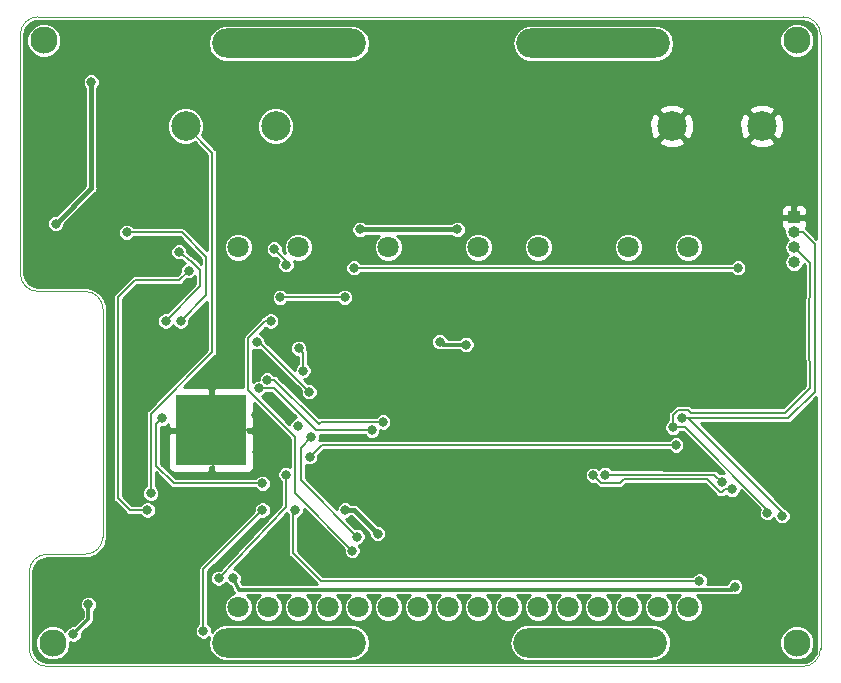
<source format=gbr>
%TF.GenerationSoftware,KiCad,Pcbnew,(6.0.0-rc1-dev-853-g5bbc2d74a)*%
%TF.CreationDate,2018-11-17T03:51:26+01:00*%
%TF.ProjectId,VFD_Watch,5646445F57617463682E6B696361645F,rev?*%
%TF.SameCoordinates,Original*%
%TF.FileFunction,Copper,L2,Bot,Signal*%
%TF.FilePolarity,Positive*%
%FSLAX46Y46*%
G04 Gerber Fmt 4.6, Leading zero omitted, Abs format (unit mm)*
G04 Created by KiCad (PCBNEW (6.0.0-rc1-dev-853-g5bbc2d74a)) date 2018 November 17, Saturday 03:51:26*
%MOMM*%
%LPD*%
G01*
G04 APERTURE LIST*
%ADD10C,0.050000*%
%ADD11C,1.800000*%
%ADD12O,13.000000X2.500000*%
%ADD13C,0.800000*%
%ADD14R,6.000000X6.000000*%
%ADD15O,1.000000X1.000000*%
%ADD16R,1.000000X1.000000*%
%ADD17C,2.300000*%
%ADD18C,2.500000*%
%ADD19C,0.300000*%
%ADD20C,0.200000*%
%ADD21C,0.400000*%
%ADD22C,0.254000*%
G04 APERTURE END LIST*
D10*
X93750000Y-117000000D02*
G75*
G02X92250000Y-118500000I-1500000J0D01*
G01*
X92250000Y-96250000D02*
G75*
G02X93750000Y-97750000I0J-1500000D01*
G01*
X88250000Y-96250000D02*
G75*
G02X86750000Y-94750000I0J1500000D01*
G01*
X87500000Y-120000000D02*
G75*
G02X89000000Y-118500000I1500000J0D01*
G01*
X89000000Y-128000000D02*
G75*
G02X87500000Y-126500000I0J1500000D01*
G01*
X154500000Y-126500000D02*
G75*
G02X153000000Y-128000000I-1500000J0D01*
G01*
X153000000Y-73000000D02*
G75*
G02X154500000Y-74500000I0J-1500000D01*
G01*
X86750000Y-74500000D02*
G75*
G02X88250000Y-73000000I1500000J0D01*
G01*
X87500000Y-120000000D02*
X87500000Y-126500000D01*
X92250000Y-118500000D02*
X89000000Y-118500000D01*
X93750000Y-97750000D02*
X93750000Y-117000000D01*
X88250000Y-96250000D02*
X92250000Y-96250000D01*
X86750000Y-76750000D02*
X86750000Y-94750000D01*
X86750000Y-74500000D02*
X86750000Y-76750000D01*
X153000000Y-73000000D02*
X88250000Y-73000000D01*
X154500000Y-74500000D02*
X154500000Y-126500000D01*
X89000000Y-128000000D02*
X153000000Y-128000000D01*
D11*
X105200000Y-92510000D03*
X110280000Y-92510000D03*
X117900000Y-92510000D03*
X125520000Y-92510000D03*
X130600000Y-92510000D03*
X138220000Y-92510000D03*
X143300000Y-92510000D03*
X143300000Y-122990000D03*
X140760000Y-122990000D03*
X138220000Y-122990000D03*
X135680000Y-122990000D03*
X133140000Y-122990000D03*
X130600000Y-122990000D03*
X128060000Y-122990000D03*
X125520000Y-122990000D03*
X122980000Y-122990000D03*
X120440000Y-122990000D03*
X117900000Y-122990000D03*
X115360000Y-122990000D03*
X112820000Y-122990000D03*
X110280000Y-122990000D03*
X107740000Y-122990000D03*
X105200000Y-122990000D03*
D12*
X135250000Y-75250000D03*
X109500000Y-75250000D03*
X135000000Y-126000000D03*
X109500000Y-126000000D03*
D13*
X104945000Y-105972000D03*
X104945000Y-106988000D03*
X104945000Y-108004000D03*
X104945000Y-109020000D03*
X104945000Y-110036000D03*
X103929000Y-105972000D03*
X103929000Y-106988000D03*
X103929000Y-108004000D03*
X103929000Y-109020000D03*
X103929000Y-110036000D03*
X102913000Y-110036000D03*
X102913000Y-109020000D03*
X102913000Y-108004000D03*
X102913000Y-106988000D03*
X102913000Y-105972000D03*
X101897000Y-105972000D03*
X101897000Y-106988000D03*
X101897000Y-108004000D03*
X101897000Y-109020000D03*
X101897000Y-110036000D03*
X100881000Y-110036000D03*
X100881000Y-109020000D03*
X100881000Y-108004000D03*
X100881000Y-106988000D03*
X100881000Y-105972000D03*
D14*
X102913000Y-108004000D03*
X102913000Y-108004000D03*
D15*
X152250000Y-93790000D03*
X152250000Y-92520000D03*
X152250000Y-91250000D03*
D16*
X152250000Y-89980000D03*
D17*
X152500000Y-75000000D03*
X88750000Y-75000000D03*
X152500000Y-126000000D03*
X89500000Y-126000000D03*
D18*
X108370000Y-82250000D03*
X100750000Y-82250000D03*
X141900000Y-82250000D03*
X149520000Y-82250000D03*
D13*
X110250000Y-107625000D03*
X124500000Y-100750000D03*
X122250000Y-100500000D03*
X97790686Y-113340686D03*
X148000000Y-123750000D03*
X142250000Y-126000000D03*
X153000000Y-123750000D03*
X147000000Y-103000000D03*
X148500000Y-103000000D03*
X148250000Y-99750000D03*
X151000000Y-99750000D03*
X140500000Y-105750000D03*
X132750000Y-105750000D03*
X136750000Y-105750000D03*
X126500000Y-106000000D03*
X117500000Y-111500000D03*
X117500000Y-115000000D03*
X116000000Y-111500000D03*
X101250000Y-119000000D03*
X106250000Y-118750000D03*
X92750000Y-119500000D03*
X92750000Y-121000000D03*
X90750000Y-121500000D03*
X96500000Y-125500000D03*
X96750000Y-111000000D03*
X96750000Y-107500000D03*
X102250000Y-114000000D03*
X98000000Y-104750000D03*
X98000000Y-101750000D03*
X104500000Y-101500000D03*
X88250000Y-88500000D03*
X96000000Y-75250000D03*
X122500000Y-75250000D03*
X146750000Y-75000000D03*
X134500000Y-86000000D03*
X125500000Y-88500000D03*
X130500000Y-88250000D03*
X125500000Y-83250000D03*
X94750000Y-84250000D03*
X97000000Y-80250000D03*
X97000000Y-82750000D03*
X97000000Y-85250000D03*
X99750000Y-87500000D03*
X96250000Y-88250000D03*
X105500000Y-86250000D03*
X110250000Y-86250000D03*
X114500000Y-86250000D03*
X111500000Y-94250000D03*
X115250000Y-92500000D03*
X91000000Y-90750000D03*
X93750000Y-91000000D03*
X95500000Y-94000000D03*
X88750000Y-95500000D03*
X92750000Y-95500000D03*
X145750000Y-87000000D03*
X147750000Y-96500000D03*
X152250000Y-95750000D03*
X127000000Y-126250000D03*
X117250000Y-124750000D03*
X116750000Y-127000000D03*
X123000000Y-125750000D03*
X101500000Y-126500000D03*
X98000000Y-123750000D03*
X148250000Y-125500000D03*
X151500000Y-119000000D03*
X148000000Y-114250000D03*
X149250000Y-111500000D03*
X152000000Y-111750000D03*
X153750000Y-107000000D03*
X103925000Y-94225000D03*
X128875000Y-118425000D03*
X95625000Y-120850000D03*
X106925000Y-91875000D03*
X143475000Y-119275000D03*
X147200000Y-119275000D03*
X133425000Y-111550000D03*
X129375000Y-111550000D03*
X90550000Y-84300000D03*
X104100000Y-121725000D03*
X96725000Y-109225000D03*
X108475010Y-109450000D03*
X108475010Y-105725000D03*
X106750000Y-109825000D03*
X106700000Y-106750000D03*
X113250000Y-113465000D03*
X99775000Y-94325000D03*
X92750000Y-78500000D03*
X89750000Y-90500000D03*
X123750000Y-91000000D03*
X115500000Y-91000000D03*
X92500000Y-122750000D03*
X91250000Y-125250000D03*
X114250000Y-114750000D03*
X117000000Y-116750000D03*
X101000000Y-94500000D03*
X97500000Y-114750000D03*
X103530331Y-120530331D03*
X110315362Y-101065362D03*
X109250000Y-94000000D03*
X108239522Y-92663201D03*
X110696733Y-102946733D03*
X109250000Y-111750000D03*
X147250000Y-121250000D03*
X104750000Y-120500000D03*
X114200000Y-96750000D03*
X108750000Y-96750000D03*
X115000000Y-94250000D03*
X147500000Y-94250000D03*
X102250000Y-125000000D03*
X107250000Y-114750000D03*
X144250000Y-120750000D03*
X110000000Y-114750000D03*
X114850354Y-118194235D03*
X107950000Y-98750000D03*
X111387492Y-108598823D03*
X111200000Y-104750000D03*
X106750000Y-100500000D03*
X115250000Y-117000000D03*
X99060000Y-98750000D03*
X100175000Y-92900000D03*
X95750000Y-91250000D03*
X100330000Y-98750000D03*
X106940362Y-104440362D03*
X116500000Y-108000000D03*
X142000000Y-107750000D03*
X150000000Y-115000000D03*
X107647469Y-103733253D03*
X117448685Y-107300000D03*
X142750000Y-107000000D03*
X151250000Y-115250000D03*
X142250000Y-109250000D03*
X111250000Y-110250000D03*
X107250000Y-112500000D03*
X98750000Y-107000000D03*
X146119975Y-112369975D03*
X136250000Y-111750000D03*
X147000000Y-113000000D03*
X135250000Y-111800000D03*
D19*
X122500000Y-100750000D02*
X122250000Y-100500000D01*
X124500000Y-100750000D02*
X122500000Y-100750000D01*
D20*
X97790686Y-106586312D02*
X103000000Y-101376998D01*
X97790686Y-113340686D02*
X97790686Y-106586312D01*
X103000000Y-84500000D02*
X100750000Y-82250000D01*
X103000000Y-101376998D02*
X103000000Y-84500000D01*
D21*
X92750000Y-87500000D02*
X89750000Y-90500000D01*
X92750000Y-78500000D02*
X92750000Y-87500000D01*
X123750000Y-91000000D02*
X115500000Y-91000000D01*
D19*
X92500000Y-124000000D02*
X91250000Y-125250000D01*
X92500000Y-122750000D02*
X92500000Y-124000000D01*
D21*
X115000000Y-114750000D02*
X117000000Y-116750000D01*
X114250000Y-114750000D02*
X115000000Y-114750000D01*
D20*
X95000000Y-113750000D02*
X96000000Y-114750000D01*
X96000000Y-114750000D02*
X97500000Y-114750000D01*
X95000000Y-96750000D02*
X95000000Y-113750000D01*
X96475000Y-95275000D02*
X95000000Y-96750000D01*
X100225000Y-95275000D02*
X96475000Y-95275000D01*
X101000000Y-94500000D02*
X100225000Y-95275000D01*
X109250000Y-93673679D02*
X108239522Y-92663201D01*
X109250000Y-94000000D02*
X109250000Y-93673679D01*
X110696733Y-101446733D02*
X110315362Y-101065362D01*
X110696733Y-102946733D02*
X110696733Y-101446733D01*
X109250000Y-114500000D02*
X103530331Y-120530331D01*
X109250000Y-111750000D02*
X109250000Y-114500000D01*
D19*
X147000000Y-121500000D02*
X147250000Y-121250000D01*
X105250000Y-121500000D02*
X147000000Y-121500000D01*
X104750000Y-120500000D02*
X105250000Y-121500000D01*
D20*
X114200000Y-96750000D02*
X108750000Y-96750000D01*
X147500000Y-94250000D02*
X115000000Y-94250000D01*
X102250000Y-119750000D02*
X107250000Y-114750000D01*
X102250000Y-125000000D02*
X102250000Y-119750000D01*
X144250000Y-120750000D02*
X114000000Y-120750000D01*
X112190664Y-120750000D02*
X109838886Y-118398222D01*
X114000000Y-120750000D02*
X112190664Y-120750000D01*
X109838886Y-114911114D02*
X110000000Y-114750000D01*
X109838886Y-118398222D02*
X109838886Y-114911114D01*
X106049999Y-104586001D02*
X106049999Y-100163999D01*
X114850354Y-118194235D02*
X110000000Y-113343881D01*
X106049999Y-100163999D02*
X107463998Y-98750000D01*
X110000000Y-108536002D02*
X106049999Y-104586001D01*
X107463998Y-98750000D02*
X107950000Y-98750000D01*
X110000000Y-113343881D02*
X110000000Y-108536002D01*
X106950000Y-100500000D02*
X106750000Y-100500000D01*
X111200000Y-104750000D02*
X106950000Y-100500000D01*
X110500000Y-112250000D02*
X110500000Y-109486315D01*
X110500000Y-109486315D02*
X111387492Y-108598823D01*
X115250000Y-117000000D02*
X110500000Y-112250000D01*
X102000000Y-94463998D02*
X102000000Y-95810000D01*
X100175000Y-92900000D02*
X101286002Y-93750000D01*
X102000000Y-95810000D02*
X99060000Y-98750000D01*
X101286002Y-93750000D02*
X102000000Y-94463998D01*
X102500000Y-96580000D02*
X100330000Y-98750000D01*
X102500000Y-93300000D02*
X102500000Y-96580000D01*
X100450000Y-91250000D02*
X102500000Y-93300000D01*
X95750000Y-91250000D02*
X100450000Y-91250000D01*
X106940362Y-104440362D02*
X108190362Y-104440362D01*
X111750000Y-108000000D02*
X116500000Y-108000000D01*
X108190362Y-104440362D02*
X111750000Y-108000000D01*
X150000000Y-114750000D02*
X150000000Y-115000000D01*
X143000000Y-107750000D02*
X150000000Y-114750000D01*
X142000000Y-107750000D02*
X143000000Y-107750000D01*
X142000000Y-106713998D02*
X142413999Y-106299999D01*
X142000000Y-107750000D02*
X142000000Y-106713998D01*
X151500000Y-106500000D02*
X153599989Y-104400011D01*
X143299999Y-106299999D02*
X143500000Y-106500000D01*
X153599989Y-93869989D02*
X152749999Y-93019999D01*
X153599989Y-104400011D02*
X153500000Y-99750000D01*
X142413999Y-106299999D02*
X143299999Y-106299999D01*
X143500000Y-106500000D02*
X151500000Y-106500000D01*
X152749999Y-93019999D02*
X152250000Y-92520000D01*
X153500000Y-99750000D02*
X153599989Y-93869989D01*
X107647469Y-103733253D02*
X108233253Y-103733253D01*
X108233253Y-103733253D02*
X112000000Y-107500000D01*
X112200000Y-107300000D02*
X117448685Y-107300000D01*
X112000000Y-107500000D02*
X112200000Y-107300000D01*
X151250000Y-114934315D02*
X151250000Y-115250000D01*
X143315685Y-107000000D02*
X151250000Y-114934315D01*
X142750000Y-107000000D02*
X143315685Y-107000000D01*
X154000000Y-104750000D02*
X151750000Y-107000000D01*
X154000000Y-92250000D02*
X154000000Y-104750000D01*
X151750000Y-107000000D02*
X143315685Y-107000000D01*
X153000000Y-91250000D02*
X154000000Y-92250000D01*
X152250000Y-91250000D02*
X153000000Y-91250000D01*
X112250000Y-109250000D02*
X111250000Y-110250000D01*
X142250000Y-109250000D02*
X112250000Y-109250000D01*
X98250000Y-111000000D02*
X99750000Y-112500000D01*
X98250000Y-107500000D02*
X98250000Y-111000000D01*
X99750000Y-112500000D02*
X107250000Y-112500000D01*
X98750000Y-107000000D02*
X98250000Y-107500000D01*
X145514049Y-111764049D02*
X146119975Y-112369975D01*
X136250000Y-111750000D02*
X145514049Y-111764049D01*
X135900001Y-112450001D02*
X135250000Y-111800000D01*
X137549999Y-112450001D02*
X135900001Y-112450001D01*
X137836852Y-112163148D02*
X137549999Y-112450001D01*
X146000000Y-113250000D02*
X144913148Y-112163148D01*
X144913148Y-112163148D02*
X137836852Y-112163148D01*
X146184315Y-113250000D02*
X146000000Y-113250000D01*
X146434315Y-113000000D02*
X146184315Y-113250000D01*
X147000000Y-113000000D02*
X146434315Y-113000000D01*
D22*
G36*
X153370287Y-73418475D02*
X153700651Y-73596729D01*
X153955459Y-73872381D01*
X154110107Y-74222187D01*
X154148000Y-74522143D01*
X154148000Y-91794132D01*
X153331675Y-90977807D01*
X153307850Y-90942150D01*
X153234732Y-90893294D01*
X153288327Y-90839699D01*
X153385000Y-90606310D01*
X153385000Y-90265750D01*
X153226250Y-90107000D01*
X152377000Y-90107000D01*
X152377000Y-90127000D01*
X152123000Y-90127000D01*
X152123000Y-90107000D01*
X151273750Y-90107000D01*
X151115000Y-90265750D01*
X151115000Y-90606310D01*
X151211673Y-90839699D01*
X151390302Y-91018327D01*
X151448118Y-91042275D01*
X151406799Y-91250000D01*
X151470984Y-91572679D01*
X151653767Y-91846233D01*
X151711786Y-91885000D01*
X151653767Y-91923767D01*
X151470984Y-92197321D01*
X151406799Y-92520000D01*
X151470984Y-92842679D01*
X151653767Y-93116233D01*
X151711786Y-93155000D01*
X151653767Y-93193767D01*
X151470984Y-93467321D01*
X151406799Y-93790000D01*
X151470984Y-94112679D01*
X151653767Y-94386233D01*
X151927321Y-94569016D01*
X152168552Y-94617000D01*
X152331448Y-94617000D01*
X152572679Y-94569016D01*
X152846233Y-94386233D01*
X153029016Y-94112679D01*
X153063823Y-93937692D01*
X153169971Y-94043840D01*
X153073636Y-99708978D01*
X153072195Y-99717136D01*
X153072922Y-99750958D01*
X153072347Y-99784787D01*
X153073825Y-99792939D01*
X153169169Y-104226962D01*
X151323132Y-106073000D01*
X143676868Y-106073000D01*
X143631674Y-106027806D01*
X143607849Y-105992149D01*
X143466606Y-105897774D01*
X143342053Y-105872999D01*
X143342052Y-105872999D01*
X143299999Y-105864634D01*
X143257946Y-105872999D01*
X142456051Y-105872999D01*
X142413998Y-105864634D01*
X142371945Y-105872999D01*
X142247392Y-105897774D01*
X142106149Y-105992149D01*
X142082325Y-106027804D01*
X141727805Y-106382325D01*
X141692151Y-106406148D01*
X141622930Y-106509745D01*
X141597776Y-106547391D01*
X141564635Y-106713998D01*
X141573001Y-106756055D01*
X141573001Y-107148865D01*
X141383679Y-107338187D01*
X141273000Y-107605391D01*
X141273000Y-107894609D01*
X141383679Y-108161813D01*
X141588187Y-108366321D01*
X141855391Y-108477000D01*
X142144609Y-108477000D01*
X142411813Y-108366321D01*
X142601134Y-108177000D01*
X142823132Y-108177000D01*
X146306446Y-111660315D01*
X146264584Y-111642975D01*
X145996843Y-111642975D01*
X145845952Y-111492084D01*
X145822365Y-111456667D01*
X145786476Y-111432608D01*
X145786246Y-111432378D01*
X145751711Y-111409302D01*
X145681266Y-111362078D01*
X145680935Y-111362012D01*
X145680656Y-111361825D01*
X145597463Y-111345277D01*
X145556750Y-111337114D01*
X145556426Y-111337114D01*
X145514049Y-111328684D01*
X145472313Y-111336986D01*
X136852047Y-111323913D01*
X136661813Y-111133679D01*
X136394609Y-111023000D01*
X136105391Y-111023000D01*
X135838187Y-111133679D01*
X135725000Y-111246866D01*
X135661813Y-111183679D01*
X135394609Y-111073000D01*
X135105391Y-111073000D01*
X134838187Y-111183679D01*
X134633679Y-111388187D01*
X134523000Y-111655391D01*
X134523000Y-111944609D01*
X134633679Y-112211813D01*
X134838187Y-112416321D01*
X135105391Y-112527000D01*
X135373131Y-112527000D01*
X135568329Y-112722199D01*
X135592151Y-112757851D01*
X135733394Y-112852226D01*
X135857947Y-112877001D01*
X135900000Y-112885366D01*
X135942053Y-112877001D01*
X137507946Y-112877001D01*
X137549999Y-112885366D01*
X137592052Y-112877001D01*
X137592053Y-112877001D01*
X137716606Y-112852226D01*
X137857849Y-112757851D01*
X137881674Y-112722194D01*
X138013721Y-112590148D01*
X144736280Y-112590148D01*
X145668327Y-113522196D01*
X145692150Y-113557850D01*
X145779295Y-113616078D01*
X145833393Y-113652225D01*
X146000000Y-113685365D01*
X146042054Y-113677000D01*
X146142262Y-113677000D01*
X146184315Y-113685365D01*
X146226368Y-113677000D01*
X146226369Y-113677000D01*
X146350922Y-113652225D01*
X146492165Y-113557850D01*
X146507206Y-113535340D01*
X146588187Y-113616321D01*
X146855391Y-113727000D01*
X147144609Y-113727000D01*
X147411813Y-113616321D01*
X147616321Y-113411813D01*
X147727000Y-113144609D01*
X147727000Y-113080869D01*
X149339932Y-114693801D01*
X149273000Y-114855391D01*
X149273000Y-115144609D01*
X149383679Y-115411813D01*
X149588187Y-115616321D01*
X149855391Y-115727000D01*
X150144609Y-115727000D01*
X150411813Y-115616321D01*
X150555372Y-115472762D01*
X150633679Y-115661813D01*
X150838187Y-115866321D01*
X151105391Y-115977000D01*
X151394609Y-115977000D01*
X151661813Y-115866321D01*
X151866321Y-115661813D01*
X151977000Y-115394609D01*
X151977000Y-115105391D01*
X151866321Y-114838187D01*
X151661813Y-114633679D01*
X151476456Y-114556902D01*
X144346553Y-107427000D01*
X151707947Y-107427000D01*
X151750000Y-107435365D01*
X151792053Y-107427000D01*
X151792054Y-107427000D01*
X151916607Y-107402225D01*
X152057850Y-107307850D01*
X152081675Y-107272193D01*
X154148001Y-105205868D01*
X154148001Y-126470901D01*
X154081524Y-126870290D01*
X153903271Y-127200651D01*
X153627620Y-127455459D01*
X153277814Y-127610107D01*
X152977857Y-127648000D01*
X89029093Y-127648000D01*
X88629710Y-127581524D01*
X88299349Y-127403271D01*
X88044541Y-127127620D01*
X87889893Y-126777814D01*
X87852000Y-126477857D01*
X87852000Y-125706206D01*
X88023000Y-125706206D01*
X88023000Y-126293794D01*
X88247860Y-126836653D01*
X88663347Y-127252140D01*
X89206206Y-127477000D01*
X89793794Y-127477000D01*
X90336653Y-127252140D01*
X90752140Y-126836653D01*
X90977000Y-126293794D01*
X90977000Y-125923819D01*
X91105391Y-125977000D01*
X91394609Y-125977000D01*
X91661813Y-125866321D01*
X91866321Y-125661813D01*
X91977000Y-125394609D01*
X91977000Y-125197579D01*
X92319188Y-124855391D01*
X101523000Y-124855391D01*
X101523000Y-125144609D01*
X101633679Y-125411813D01*
X101838187Y-125616321D01*
X102105391Y-125727000D01*
X102394609Y-125727000D01*
X102661813Y-125616321D01*
X102732480Y-125545654D01*
X102642105Y-126000000D01*
X102764499Y-126615315D01*
X103113047Y-127136953D01*
X103634685Y-127485501D01*
X104094681Y-127577000D01*
X114905319Y-127577000D01*
X115365315Y-127485501D01*
X115886953Y-127136953D01*
X116235501Y-126615315D01*
X116357895Y-126000000D01*
X128142105Y-126000000D01*
X128264499Y-126615315D01*
X128613047Y-127136953D01*
X129134685Y-127485501D01*
X129594681Y-127577000D01*
X140405319Y-127577000D01*
X140865315Y-127485501D01*
X141386953Y-127136953D01*
X141735501Y-126615315D01*
X141857895Y-126000000D01*
X141799456Y-125706206D01*
X151023000Y-125706206D01*
X151023000Y-126293794D01*
X151247860Y-126836653D01*
X151663347Y-127252140D01*
X152206206Y-127477000D01*
X152793794Y-127477000D01*
X153336653Y-127252140D01*
X153752140Y-126836653D01*
X153977000Y-126293794D01*
X153977000Y-125706206D01*
X153752140Y-125163347D01*
X153336653Y-124747860D01*
X152793794Y-124523000D01*
X152206206Y-124523000D01*
X151663347Y-124747860D01*
X151247860Y-125163347D01*
X151023000Y-125706206D01*
X141799456Y-125706206D01*
X141735501Y-125384685D01*
X141386953Y-124863047D01*
X140865315Y-124514499D01*
X140405319Y-124423000D01*
X129594681Y-124423000D01*
X129134685Y-124514499D01*
X128613047Y-124863047D01*
X128264499Y-125384685D01*
X128142105Y-126000000D01*
X116357895Y-126000000D01*
X116235501Y-125384685D01*
X115886953Y-124863047D01*
X115365315Y-124514499D01*
X114905319Y-124423000D01*
X104094681Y-124423000D01*
X103634685Y-124514499D01*
X103113047Y-124863047D01*
X102977000Y-125066655D01*
X102977000Y-124855391D01*
X102866321Y-124588187D01*
X102677000Y-124398866D01*
X102677000Y-119926868D01*
X107126869Y-115477000D01*
X107394609Y-115477000D01*
X107661813Y-115366321D01*
X107866321Y-115161813D01*
X107977000Y-114894609D01*
X107977000Y-114605391D01*
X107866321Y-114338187D01*
X107661813Y-114133679D01*
X107394609Y-114023000D01*
X107105391Y-114023000D01*
X106838187Y-114133679D01*
X106633679Y-114338187D01*
X106523000Y-114605391D01*
X106523000Y-114873131D01*
X101977805Y-119418327D01*
X101942151Y-119442150D01*
X101918329Y-119477803D01*
X101847776Y-119583393D01*
X101814635Y-119750000D01*
X101823001Y-119792058D01*
X101823000Y-124398866D01*
X101633679Y-124588187D01*
X101523000Y-124855391D01*
X92319188Y-124855391D01*
X92804074Y-124370506D01*
X92843897Y-124343897D01*
X92949323Y-124186116D01*
X92977000Y-124046975D01*
X92977000Y-124046971D01*
X92986343Y-124000000D01*
X92977000Y-123953029D01*
X92977000Y-123301134D01*
X93116321Y-123161813D01*
X93227000Y-122894609D01*
X93227000Y-122605391D01*
X93116321Y-122338187D01*
X92911813Y-122133679D01*
X92644609Y-122023000D01*
X92355391Y-122023000D01*
X92088187Y-122133679D01*
X91883679Y-122338187D01*
X91773000Y-122605391D01*
X91773000Y-122894609D01*
X91883679Y-123161813D01*
X92023000Y-123301134D01*
X92023001Y-123802419D01*
X91302421Y-124523000D01*
X91105391Y-124523000D01*
X90838187Y-124633679D01*
X90633679Y-124838187D01*
X90573138Y-124984345D01*
X90336653Y-124747860D01*
X89793794Y-124523000D01*
X89206206Y-124523000D01*
X88663347Y-124747860D01*
X88247860Y-125163347D01*
X88023000Y-125706206D01*
X87852000Y-125706206D01*
X87852000Y-120029094D01*
X87918475Y-119629713D01*
X88096729Y-119299349D01*
X88372381Y-119044541D01*
X88722187Y-118889893D01*
X89022143Y-118852000D01*
X92284669Y-118852000D01*
X92306472Y-118847663D01*
X92667152Y-118802099D01*
X92687118Y-118796128D01*
X92707894Y-118794493D01*
X92765364Y-118774817D01*
X93215863Y-118575653D01*
X93239034Y-118560432D01*
X93264473Y-118549424D01*
X93312471Y-118512193D01*
X93674171Y-118177843D01*
X93691166Y-118155933D01*
X93711664Y-118137281D01*
X93745016Y-118086510D01*
X93978911Y-117653025D01*
X93987891Y-117626797D01*
X94001244Y-117602507D01*
X94016351Y-117543670D01*
X94096314Y-117063253D01*
X94102000Y-117034669D01*
X94102000Y-97715331D01*
X94097663Y-97693528D01*
X94052099Y-97332848D01*
X94046128Y-97312883D01*
X94044493Y-97292106D01*
X94024816Y-97234635D01*
X93825653Y-96784137D01*
X93810431Y-96760965D01*
X93805687Y-96750000D01*
X94564635Y-96750000D01*
X94573000Y-96792053D01*
X94573001Y-113707942D01*
X94564635Y-113750000D01*
X94597776Y-113916607D01*
X94692151Y-114057850D01*
X94727805Y-114081673D01*
X95668327Y-115022196D01*
X95692150Y-115057850D01*
X95821995Y-115144609D01*
X95833393Y-115152225D01*
X96000000Y-115185365D01*
X96042054Y-115177000D01*
X96898866Y-115177000D01*
X97088187Y-115366321D01*
X97355391Y-115477000D01*
X97644609Y-115477000D01*
X97911813Y-115366321D01*
X98116321Y-115161813D01*
X98227000Y-114894609D01*
X98227000Y-114605391D01*
X98116321Y-114338187D01*
X97911813Y-114133679D01*
X97752491Y-114067686D01*
X97935295Y-114067686D01*
X98202499Y-113957007D01*
X98407007Y-113752499D01*
X98517686Y-113485295D01*
X98517686Y-113196077D01*
X98407007Y-112928873D01*
X98217686Y-112739552D01*
X98217686Y-111571554D01*
X99418329Y-112772198D01*
X99442150Y-112807850D01*
X99583393Y-112902225D01*
X99707946Y-112927000D01*
X99749999Y-112935365D01*
X99792052Y-112927000D01*
X106648866Y-112927000D01*
X106838187Y-113116321D01*
X107105391Y-113227000D01*
X107394609Y-113227000D01*
X107661813Y-113116321D01*
X107866321Y-112911813D01*
X107977000Y-112644609D01*
X107977000Y-112355391D01*
X107866321Y-112088187D01*
X107661813Y-111883679D01*
X107394609Y-111773000D01*
X107105391Y-111773000D01*
X106838187Y-111883679D01*
X106648866Y-112073000D01*
X99926870Y-112073000D01*
X98677000Y-110823132D01*
X98677000Y-107727000D01*
X98894609Y-107727000D01*
X99161813Y-107616321D01*
X99278000Y-107500134D01*
X99278000Y-107718250D01*
X99436750Y-107877000D01*
X99834600Y-107877000D01*
X99832691Y-107882931D01*
X99852921Y-108131000D01*
X99436750Y-108131000D01*
X99278000Y-108289750D01*
X99278000Y-111130309D01*
X99374673Y-111363698D01*
X99553301Y-111542327D01*
X99786690Y-111639000D01*
X102627250Y-111639000D01*
X102786000Y-111480250D01*
X102786000Y-111082400D01*
X102791931Y-111084309D01*
X103040000Y-111064079D01*
X103040000Y-111480250D01*
X103198750Y-111639000D01*
X106039310Y-111639000D01*
X106272699Y-111542327D01*
X106451327Y-111363698D01*
X106548000Y-111130309D01*
X106548000Y-108289750D01*
X106389250Y-108131000D01*
X105991400Y-108131000D01*
X105993309Y-108125069D01*
X105973079Y-107877000D01*
X106389250Y-107877000D01*
X106548000Y-107718250D01*
X106548000Y-105687870D01*
X109573001Y-108712872D01*
X109573000Y-111096892D01*
X109394609Y-111023000D01*
X109105391Y-111023000D01*
X108838187Y-111133679D01*
X108633679Y-111338187D01*
X108523000Y-111605391D01*
X108523000Y-111894609D01*
X108633679Y-112161813D01*
X108823000Y-112351134D01*
X108823001Y-114329705D01*
X103631359Y-119803331D01*
X103385722Y-119803331D01*
X103118518Y-119914010D01*
X102914010Y-120118518D01*
X102803331Y-120385722D01*
X102803331Y-120674940D01*
X102914010Y-120942144D01*
X103118518Y-121146652D01*
X103385722Y-121257331D01*
X103674940Y-121257331D01*
X103942144Y-121146652D01*
X104146652Y-120942144D01*
X104151736Y-120929870D01*
X104338187Y-121116321D01*
X104573618Y-121213839D01*
X104794679Y-121655962D01*
X104800677Y-121686116D01*
X104836748Y-121740100D01*
X104844366Y-121755336D01*
X104862794Y-121779080D01*
X104874569Y-121796703D01*
X104504961Y-121949800D01*
X104159800Y-122294961D01*
X103973000Y-122745935D01*
X103973000Y-123234065D01*
X104159800Y-123685039D01*
X104504961Y-124030200D01*
X104955935Y-124217000D01*
X105444065Y-124217000D01*
X105895039Y-124030200D01*
X106240200Y-123685039D01*
X106427000Y-123234065D01*
X106427000Y-122745935D01*
X106240200Y-122294961D01*
X105922239Y-121977000D01*
X107017761Y-121977000D01*
X106699800Y-122294961D01*
X106513000Y-122745935D01*
X106513000Y-123234065D01*
X106699800Y-123685039D01*
X107044961Y-124030200D01*
X107495935Y-124217000D01*
X107984065Y-124217000D01*
X108435039Y-124030200D01*
X108780200Y-123685039D01*
X108967000Y-123234065D01*
X108967000Y-122745935D01*
X108780200Y-122294961D01*
X108462239Y-121977000D01*
X109557761Y-121977000D01*
X109239800Y-122294961D01*
X109053000Y-122745935D01*
X109053000Y-123234065D01*
X109239800Y-123685039D01*
X109584961Y-124030200D01*
X110035935Y-124217000D01*
X110524065Y-124217000D01*
X110975039Y-124030200D01*
X111320200Y-123685039D01*
X111507000Y-123234065D01*
X111507000Y-122745935D01*
X111320200Y-122294961D01*
X111002239Y-121977000D01*
X112097761Y-121977000D01*
X111779800Y-122294961D01*
X111593000Y-122745935D01*
X111593000Y-123234065D01*
X111779800Y-123685039D01*
X112124961Y-124030200D01*
X112575935Y-124217000D01*
X113064065Y-124217000D01*
X113515039Y-124030200D01*
X113860200Y-123685039D01*
X114047000Y-123234065D01*
X114047000Y-122745935D01*
X113860200Y-122294961D01*
X113542239Y-121977000D01*
X114637761Y-121977000D01*
X114319800Y-122294961D01*
X114133000Y-122745935D01*
X114133000Y-123234065D01*
X114319800Y-123685039D01*
X114664961Y-124030200D01*
X115115935Y-124217000D01*
X115604065Y-124217000D01*
X116055039Y-124030200D01*
X116400200Y-123685039D01*
X116587000Y-123234065D01*
X116587000Y-122745935D01*
X116400200Y-122294961D01*
X116082239Y-121977000D01*
X117177761Y-121977000D01*
X116859800Y-122294961D01*
X116673000Y-122745935D01*
X116673000Y-123234065D01*
X116859800Y-123685039D01*
X117204961Y-124030200D01*
X117655935Y-124217000D01*
X118144065Y-124217000D01*
X118595039Y-124030200D01*
X118940200Y-123685039D01*
X119127000Y-123234065D01*
X119127000Y-122745935D01*
X118940200Y-122294961D01*
X118622239Y-121977000D01*
X119717761Y-121977000D01*
X119399800Y-122294961D01*
X119213000Y-122745935D01*
X119213000Y-123234065D01*
X119399800Y-123685039D01*
X119744961Y-124030200D01*
X120195935Y-124217000D01*
X120684065Y-124217000D01*
X121135039Y-124030200D01*
X121480200Y-123685039D01*
X121667000Y-123234065D01*
X121667000Y-122745935D01*
X121480200Y-122294961D01*
X121162239Y-121977000D01*
X122257761Y-121977000D01*
X121939800Y-122294961D01*
X121753000Y-122745935D01*
X121753000Y-123234065D01*
X121939800Y-123685039D01*
X122284961Y-124030200D01*
X122735935Y-124217000D01*
X123224065Y-124217000D01*
X123675039Y-124030200D01*
X124020200Y-123685039D01*
X124207000Y-123234065D01*
X124207000Y-122745935D01*
X124020200Y-122294961D01*
X123702239Y-121977000D01*
X124797761Y-121977000D01*
X124479800Y-122294961D01*
X124293000Y-122745935D01*
X124293000Y-123234065D01*
X124479800Y-123685039D01*
X124824961Y-124030200D01*
X125275935Y-124217000D01*
X125764065Y-124217000D01*
X126215039Y-124030200D01*
X126560200Y-123685039D01*
X126747000Y-123234065D01*
X126747000Y-122745935D01*
X126560200Y-122294961D01*
X126242239Y-121977000D01*
X127337761Y-121977000D01*
X127019800Y-122294961D01*
X126833000Y-122745935D01*
X126833000Y-123234065D01*
X127019800Y-123685039D01*
X127364961Y-124030200D01*
X127815935Y-124217000D01*
X128304065Y-124217000D01*
X128755039Y-124030200D01*
X129100200Y-123685039D01*
X129287000Y-123234065D01*
X129287000Y-122745935D01*
X129100200Y-122294961D01*
X128782239Y-121977000D01*
X129877761Y-121977000D01*
X129559800Y-122294961D01*
X129373000Y-122745935D01*
X129373000Y-123234065D01*
X129559800Y-123685039D01*
X129904961Y-124030200D01*
X130355935Y-124217000D01*
X130844065Y-124217000D01*
X131295039Y-124030200D01*
X131640200Y-123685039D01*
X131827000Y-123234065D01*
X131827000Y-122745935D01*
X131640200Y-122294961D01*
X131322239Y-121977000D01*
X132417761Y-121977000D01*
X132099800Y-122294961D01*
X131913000Y-122745935D01*
X131913000Y-123234065D01*
X132099800Y-123685039D01*
X132444961Y-124030200D01*
X132895935Y-124217000D01*
X133384065Y-124217000D01*
X133835039Y-124030200D01*
X134180200Y-123685039D01*
X134367000Y-123234065D01*
X134367000Y-122745935D01*
X134180200Y-122294961D01*
X133862239Y-121977000D01*
X134957761Y-121977000D01*
X134639800Y-122294961D01*
X134453000Y-122745935D01*
X134453000Y-123234065D01*
X134639800Y-123685039D01*
X134984961Y-124030200D01*
X135435935Y-124217000D01*
X135924065Y-124217000D01*
X136375039Y-124030200D01*
X136720200Y-123685039D01*
X136907000Y-123234065D01*
X136907000Y-122745935D01*
X136720200Y-122294961D01*
X136402239Y-121977000D01*
X137497761Y-121977000D01*
X137179800Y-122294961D01*
X136993000Y-122745935D01*
X136993000Y-123234065D01*
X137179800Y-123685039D01*
X137524961Y-124030200D01*
X137975935Y-124217000D01*
X138464065Y-124217000D01*
X138915039Y-124030200D01*
X139260200Y-123685039D01*
X139447000Y-123234065D01*
X139447000Y-122745935D01*
X139260200Y-122294961D01*
X138942239Y-121977000D01*
X140037761Y-121977000D01*
X139719800Y-122294961D01*
X139533000Y-122745935D01*
X139533000Y-123234065D01*
X139719800Y-123685039D01*
X140064961Y-124030200D01*
X140515935Y-124217000D01*
X141004065Y-124217000D01*
X141455039Y-124030200D01*
X141800200Y-123685039D01*
X141987000Y-123234065D01*
X141987000Y-122745935D01*
X141800200Y-122294961D01*
X141482239Y-121977000D01*
X142577761Y-121977000D01*
X142259800Y-122294961D01*
X142073000Y-122745935D01*
X142073000Y-123234065D01*
X142259800Y-123685039D01*
X142604961Y-124030200D01*
X143055935Y-124217000D01*
X143544065Y-124217000D01*
X143995039Y-124030200D01*
X144340200Y-123685039D01*
X144527000Y-123234065D01*
X144527000Y-122745935D01*
X144340200Y-122294961D01*
X144022239Y-121977000D01*
X146953029Y-121977000D01*
X147000000Y-121986343D01*
X147046971Y-121977000D01*
X147046975Y-121977000D01*
X147086439Y-121969150D01*
X147105391Y-121977000D01*
X147394609Y-121977000D01*
X147661813Y-121866321D01*
X147866321Y-121661813D01*
X147977000Y-121394609D01*
X147977000Y-121105391D01*
X147866321Y-120838187D01*
X147661813Y-120633679D01*
X147394609Y-120523000D01*
X147105391Y-120523000D01*
X146838187Y-120633679D01*
X146633679Y-120838187D01*
X146557127Y-121023000D01*
X144923819Y-121023000D01*
X144977000Y-120894609D01*
X144977000Y-120605391D01*
X144866321Y-120338187D01*
X144661813Y-120133679D01*
X144394609Y-120023000D01*
X144105391Y-120023000D01*
X143838187Y-120133679D01*
X143648866Y-120323000D01*
X112367534Y-120323000D01*
X110265886Y-118221354D01*
X110265886Y-115426766D01*
X110411813Y-115366321D01*
X110616321Y-115161813D01*
X110727000Y-114894609D01*
X110727000Y-114674749D01*
X114123354Y-118071104D01*
X114123354Y-118338844D01*
X114234033Y-118606048D01*
X114438541Y-118810556D01*
X114705745Y-118921235D01*
X114994963Y-118921235D01*
X115262167Y-118810556D01*
X115466675Y-118606048D01*
X115577354Y-118338844D01*
X115577354Y-118049626D01*
X115466675Y-117782422D01*
X115406378Y-117722125D01*
X115661813Y-117616321D01*
X115866321Y-117411813D01*
X115977000Y-117144609D01*
X115977000Y-116855391D01*
X115866321Y-116588187D01*
X115661813Y-116383679D01*
X115394609Y-116273000D01*
X115126869Y-116273000D01*
X114330869Y-115477000D01*
X114394609Y-115477000D01*
X114661813Y-115366321D01*
X114751134Y-115277000D01*
X114781710Y-115277000D01*
X116273000Y-116768291D01*
X116273000Y-116894609D01*
X116383679Y-117161813D01*
X116588187Y-117366321D01*
X116855391Y-117477000D01*
X117144609Y-117477000D01*
X117411813Y-117366321D01*
X117616321Y-117161813D01*
X117727000Y-116894609D01*
X117727000Y-116605391D01*
X117616321Y-116338187D01*
X117411813Y-116133679D01*
X117144609Y-116023000D01*
X117018291Y-116023000D01*
X115409345Y-114414055D01*
X115379945Y-114370055D01*
X115205625Y-114253577D01*
X115051903Y-114223000D01*
X115051898Y-114223000D01*
X115000000Y-114212677D01*
X114948102Y-114223000D01*
X114751134Y-114223000D01*
X114661813Y-114133679D01*
X114394609Y-114023000D01*
X114105391Y-114023000D01*
X113838187Y-114133679D01*
X113633679Y-114338187D01*
X113523000Y-114605391D01*
X113523000Y-114669131D01*
X110927000Y-112073132D01*
X110927000Y-110903108D01*
X111105391Y-110977000D01*
X111394609Y-110977000D01*
X111661813Y-110866321D01*
X111866321Y-110661813D01*
X111977000Y-110394609D01*
X111977000Y-110126868D01*
X112426869Y-109677000D01*
X141648866Y-109677000D01*
X141838187Y-109866321D01*
X142105391Y-109977000D01*
X142394609Y-109977000D01*
X142661813Y-109866321D01*
X142866321Y-109661813D01*
X142977000Y-109394609D01*
X142977000Y-109105391D01*
X142866321Y-108838187D01*
X142661813Y-108633679D01*
X142394609Y-108523000D01*
X142105391Y-108523000D01*
X141838187Y-108633679D01*
X141648866Y-108823000D01*
X112292054Y-108823000D01*
X112250000Y-108814635D01*
X112207946Y-108823000D01*
X112083393Y-108847775D01*
X112066633Y-108858973D01*
X112114492Y-108743432D01*
X112114492Y-108454214D01*
X112103220Y-108427000D01*
X115898866Y-108427000D01*
X116088187Y-108616321D01*
X116355391Y-108727000D01*
X116644609Y-108727000D01*
X116911813Y-108616321D01*
X117116321Y-108411813D01*
X117227000Y-108144609D01*
X117227000Y-107995074D01*
X117304076Y-108027000D01*
X117593294Y-108027000D01*
X117860498Y-107916321D01*
X118065006Y-107711813D01*
X118175685Y-107444609D01*
X118175685Y-107155391D01*
X118065006Y-106888187D01*
X117860498Y-106683679D01*
X117593294Y-106573000D01*
X117304076Y-106573000D01*
X117036872Y-106683679D01*
X116847551Y-106873000D01*
X112242054Y-106873000D01*
X112200000Y-106864635D01*
X112157946Y-106873000D01*
X112033393Y-106897775D01*
X112014361Y-106910492D01*
X108564928Y-103461060D01*
X108541103Y-103425403D01*
X108399860Y-103331028D01*
X108275307Y-103306253D01*
X108275306Y-103306253D01*
X108241972Y-103299622D01*
X108059282Y-103116932D01*
X107792078Y-103006253D01*
X107502860Y-103006253D01*
X107235656Y-103116932D01*
X107031148Y-103321440D01*
X106920469Y-103588644D01*
X106920469Y-103713362D01*
X106795753Y-103713362D01*
X106528549Y-103824041D01*
X106476999Y-103875591D01*
X106476999Y-101173819D01*
X106605391Y-101227000D01*
X106894609Y-101227000D01*
X107020844Y-101174712D01*
X110473000Y-104626869D01*
X110473000Y-104894609D01*
X110583679Y-105161813D01*
X110788187Y-105366321D01*
X111055391Y-105477000D01*
X111344609Y-105477000D01*
X111611813Y-105366321D01*
X111816321Y-105161813D01*
X111927000Y-104894609D01*
X111927000Y-104605391D01*
X111816321Y-104338187D01*
X111611813Y-104133679D01*
X111344609Y-104023000D01*
X111076869Y-104023000D01*
X110727602Y-103673733D01*
X110841342Y-103673733D01*
X111108546Y-103563054D01*
X111313054Y-103358546D01*
X111423733Y-103091342D01*
X111423733Y-102802124D01*
X111313054Y-102534920D01*
X111123733Y-102345599D01*
X111123733Y-101488785D01*
X111132098Y-101446732D01*
X111110382Y-101337559D01*
X111098958Y-101280126D01*
X111042362Y-101195424D01*
X111042362Y-100920753D01*
X110931683Y-100653549D01*
X110727175Y-100449041D01*
X110501083Y-100355391D01*
X121523000Y-100355391D01*
X121523000Y-100644609D01*
X121633679Y-100911813D01*
X121838187Y-101116321D01*
X122105391Y-101227000D01*
X122394609Y-101227000D01*
X122413561Y-101219150D01*
X122453025Y-101227000D01*
X122453029Y-101227000D01*
X122499999Y-101236343D01*
X122546969Y-101227000D01*
X123948866Y-101227000D01*
X124088187Y-101366321D01*
X124355391Y-101477000D01*
X124644609Y-101477000D01*
X124911813Y-101366321D01*
X125116321Y-101161813D01*
X125227000Y-100894609D01*
X125227000Y-100605391D01*
X125116321Y-100338187D01*
X124911813Y-100133679D01*
X124644609Y-100023000D01*
X124355391Y-100023000D01*
X124088187Y-100133679D01*
X123948866Y-100273000D01*
X122942873Y-100273000D01*
X122866321Y-100088187D01*
X122661813Y-99883679D01*
X122394609Y-99773000D01*
X122105391Y-99773000D01*
X121838187Y-99883679D01*
X121633679Y-100088187D01*
X121523000Y-100355391D01*
X110501083Y-100355391D01*
X110459971Y-100338362D01*
X110170753Y-100338362D01*
X109903549Y-100449041D01*
X109699041Y-100653549D01*
X109588362Y-100920753D01*
X109588362Y-101209971D01*
X109699041Y-101477175D01*
X109903549Y-101681683D01*
X110170753Y-101792362D01*
X110269734Y-101792362D01*
X110269733Y-102345599D01*
X110080412Y-102534920D01*
X109969733Y-102802124D01*
X109969733Y-102915864D01*
X107477000Y-100423132D01*
X107477000Y-100355391D01*
X107366321Y-100088187D01*
X107161813Y-99883679D01*
X107000857Y-99817009D01*
X107494866Y-99323000D01*
X107538187Y-99366321D01*
X107805391Y-99477000D01*
X108094609Y-99477000D01*
X108361813Y-99366321D01*
X108566321Y-99161813D01*
X108677000Y-98894609D01*
X108677000Y-98605391D01*
X108566321Y-98338187D01*
X108361813Y-98133679D01*
X108094609Y-98023000D01*
X107805391Y-98023000D01*
X107538187Y-98133679D01*
X107333679Y-98338187D01*
X107332609Y-98340770D01*
X107297391Y-98347775D01*
X107156148Y-98442150D01*
X107132326Y-98477803D01*
X105777804Y-99832326D01*
X105742150Y-99856149D01*
X105697201Y-99923421D01*
X105647775Y-99997392D01*
X105614634Y-100163999D01*
X105623000Y-100206057D01*
X105622999Y-104369000D01*
X103198750Y-104369000D01*
X103040000Y-104527750D01*
X103040000Y-104925600D01*
X103034069Y-104923691D01*
X102786000Y-104943921D01*
X102786000Y-104527750D01*
X102627250Y-104369000D01*
X100611866Y-104369000D01*
X103272196Y-101708671D01*
X103307850Y-101684848D01*
X103402225Y-101543605D01*
X103427000Y-101419052D01*
X103427000Y-101419051D01*
X103435365Y-101376998D01*
X103427000Y-101334944D01*
X103427000Y-96605391D01*
X108023000Y-96605391D01*
X108023000Y-96894609D01*
X108133679Y-97161813D01*
X108338187Y-97366321D01*
X108605391Y-97477000D01*
X108894609Y-97477000D01*
X109161813Y-97366321D01*
X109351134Y-97177000D01*
X113598866Y-97177000D01*
X113788187Y-97366321D01*
X114055391Y-97477000D01*
X114344609Y-97477000D01*
X114611813Y-97366321D01*
X114816321Y-97161813D01*
X114927000Y-96894609D01*
X114927000Y-96605391D01*
X114816321Y-96338187D01*
X114611813Y-96133679D01*
X114344609Y-96023000D01*
X114055391Y-96023000D01*
X113788187Y-96133679D01*
X113598866Y-96323000D01*
X109351134Y-96323000D01*
X109161813Y-96133679D01*
X108894609Y-96023000D01*
X108605391Y-96023000D01*
X108338187Y-96133679D01*
X108133679Y-96338187D01*
X108023000Y-96605391D01*
X103427000Y-96605391D01*
X103427000Y-92265935D01*
X103973000Y-92265935D01*
X103973000Y-92754065D01*
X104159800Y-93205039D01*
X104504961Y-93550200D01*
X104955935Y-93737000D01*
X105444065Y-93737000D01*
X105895039Y-93550200D01*
X106240200Y-93205039D01*
X106427000Y-92754065D01*
X106427000Y-92518592D01*
X107512522Y-92518592D01*
X107512522Y-92807810D01*
X107623201Y-93075014D01*
X107827709Y-93279522D01*
X108094913Y-93390201D01*
X108362654Y-93390201D01*
X108612286Y-93639834D01*
X108523000Y-93855391D01*
X108523000Y-94144609D01*
X108633679Y-94411813D01*
X108838187Y-94616321D01*
X109105391Y-94727000D01*
X109394609Y-94727000D01*
X109661813Y-94616321D01*
X109866321Y-94411813D01*
X109977000Y-94144609D01*
X109977000Y-94105391D01*
X114273000Y-94105391D01*
X114273000Y-94394609D01*
X114383679Y-94661813D01*
X114588187Y-94866321D01*
X114855391Y-94977000D01*
X115144609Y-94977000D01*
X115411813Y-94866321D01*
X115601134Y-94677000D01*
X146898866Y-94677000D01*
X147088187Y-94866321D01*
X147355391Y-94977000D01*
X147644609Y-94977000D01*
X147911813Y-94866321D01*
X148116321Y-94661813D01*
X148227000Y-94394609D01*
X148227000Y-94105391D01*
X148116321Y-93838187D01*
X147911813Y-93633679D01*
X147644609Y-93523000D01*
X147355391Y-93523000D01*
X147088187Y-93633679D01*
X146898866Y-93823000D01*
X115601134Y-93823000D01*
X115411813Y-93633679D01*
X115144609Y-93523000D01*
X114855391Y-93523000D01*
X114588187Y-93633679D01*
X114383679Y-93838187D01*
X114273000Y-94105391D01*
X109977000Y-94105391D01*
X109977000Y-93855391D01*
X109905599Y-93683013D01*
X110035935Y-93737000D01*
X110524065Y-93737000D01*
X110975039Y-93550200D01*
X111320200Y-93205039D01*
X111507000Y-92754065D01*
X111507000Y-92265935D01*
X111320200Y-91814961D01*
X110975039Y-91469800D01*
X110524065Y-91283000D01*
X110035935Y-91283000D01*
X109584961Y-91469800D01*
X109239800Y-91814961D01*
X109053000Y-92265935D01*
X109053000Y-92754065D01*
X109136966Y-92956776D01*
X108966522Y-92786333D01*
X108966522Y-92518592D01*
X108855843Y-92251388D01*
X108651335Y-92046880D01*
X108384131Y-91936201D01*
X108094913Y-91936201D01*
X107827709Y-92046880D01*
X107623201Y-92251388D01*
X107512522Y-92518592D01*
X106427000Y-92518592D01*
X106427000Y-92265935D01*
X106240200Y-91814961D01*
X105895039Y-91469800D01*
X105444065Y-91283000D01*
X104955935Y-91283000D01*
X104504961Y-91469800D01*
X104159800Y-91814961D01*
X103973000Y-92265935D01*
X103427000Y-92265935D01*
X103427000Y-90855391D01*
X114773000Y-90855391D01*
X114773000Y-91144609D01*
X114883679Y-91411813D01*
X115088187Y-91616321D01*
X115355391Y-91727000D01*
X115644609Y-91727000D01*
X115911813Y-91616321D01*
X116001134Y-91527000D01*
X117147761Y-91527000D01*
X116859800Y-91814961D01*
X116673000Y-92265935D01*
X116673000Y-92754065D01*
X116859800Y-93205039D01*
X117204961Y-93550200D01*
X117655935Y-93737000D01*
X118144065Y-93737000D01*
X118595039Y-93550200D01*
X118940200Y-93205039D01*
X119127000Y-92754065D01*
X119127000Y-92265935D01*
X124293000Y-92265935D01*
X124293000Y-92754065D01*
X124479800Y-93205039D01*
X124824961Y-93550200D01*
X125275935Y-93737000D01*
X125764065Y-93737000D01*
X126215039Y-93550200D01*
X126560200Y-93205039D01*
X126747000Y-92754065D01*
X126747000Y-92265935D01*
X129373000Y-92265935D01*
X129373000Y-92754065D01*
X129559800Y-93205039D01*
X129904961Y-93550200D01*
X130355935Y-93737000D01*
X130844065Y-93737000D01*
X131295039Y-93550200D01*
X131640200Y-93205039D01*
X131827000Y-92754065D01*
X131827000Y-92265935D01*
X136993000Y-92265935D01*
X136993000Y-92754065D01*
X137179800Y-93205039D01*
X137524961Y-93550200D01*
X137975935Y-93737000D01*
X138464065Y-93737000D01*
X138915039Y-93550200D01*
X139260200Y-93205039D01*
X139447000Y-92754065D01*
X139447000Y-92265935D01*
X142073000Y-92265935D01*
X142073000Y-92754065D01*
X142259800Y-93205039D01*
X142604961Y-93550200D01*
X143055935Y-93737000D01*
X143544065Y-93737000D01*
X143995039Y-93550200D01*
X144340200Y-93205039D01*
X144527000Y-92754065D01*
X144527000Y-92265935D01*
X144340200Y-91814961D01*
X143995039Y-91469800D01*
X143544065Y-91283000D01*
X143055935Y-91283000D01*
X142604961Y-91469800D01*
X142259800Y-91814961D01*
X142073000Y-92265935D01*
X139447000Y-92265935D01*
X139260200Y-91814961D01*
X138915039Y-91469800D01*
X138464065Y-91283000D01*
X137975935Y-91283000D01*
X137524961Y-91469800D01*
X137179800Y-91814961D01*
X136993000Y-92265935D01*
X131827000Y-92265935D01*
X131640200Y-91814961D01*
X131295039Y-91469800D01*
X130844065Y-91283000D01*
X130355935Y-91283000D01*
X129904961Y-91469800D01*
X129559800Y-91814961D01*
X129373000Y-92265935D01*
X126747000Y-92265935D01*
X126560200Y-91814961D01*
X126215039Y-91469800D01*
X125764065Y-91283000D01*
X125275935Y-91283000D01*
X124824961Y-91469800D01*
X124479800Y-91814961D01*
X124293000Y-92265935D01*
X119127000Y-92265935D01*
X118940200Y-91814961D01*
X118652239Y-91527000D01*
X123248866Y-91527000D01*
X123338187Y-91616321D01*
X123605391Y-91727000D01*
X123894609Y-91727000D01*
X124161813Y-91616321D01*
X124366321Y-91411813D01*
X124477000Y-91144609D01*
X124477000Y-90855391D01*
X124366321Y-90588187D01*
X124161813Y-90383679D01*
X123894609Y-90273000D01*
X123605391Y-90273000D01*
X123338187Y-90383679D01*
X123248866Y-90473000D01*
X116001134Y-90473000D01*
X115911813Y-90383679D01*
X115644609Y-90273000D01*
X115355391Y-90273000D01*
X115088187Y-90383679D01*
X114883679Y-90588187D01*
X114773000Y-90855391D01*
X103427000Y-90855391D01*
X103427000Y-89353690D01*
X151115000Y-89353690D01*
X151115000Y-89694250D01*
X151273750Y-89853000D01*
X152123000Y-89853000D01*
X152123000Y-89003750D01*
X152377000Y-89003750D01*
X152377000Y-89853000D01*
X153226250Y-89853000D01*
X153385000Y-89694250D01*
X153385000Y-89353690D01*
X153288327Y-89120301D01*
X153109698Y-88941673D01*
X152876309Y-88845000D01*
X152535750Y-88845000D01*
X152377000Y-89003750D01*
X152123000Y-89003750D01*
X151964250Y-88845000D01*
X151623691Y-88845000D01*
X151390302Y-88941673D01*
X151211673Y-89120301D01*
X151115000Y-89353690D01*
X103427000Y-89353690D01*
X103427000Y-84542054D01*
X103435365Y-84500000D01*
X103402225Y-84333393D01*
X103307850Y-84192150D01*
X103272196Y-84168327D01*
X102133853Y-83029984D01*
X102327000Y-82563685D01*
X102327000Y-81936315D01*
X106793000Y-81936315D01*
X106793000Y-82563685D01*
X107033084Y-83143299D01*
X107476701Y-83586916D01*
X108056315Y-83827000D01*
X108683685Y-83827000D01*
X109263299Y-83586916D01*
X109266895Y-83583320D01*
X140746285Y-83583320D01*
X140875533Y-83876123D01*
X141575806Y-84144388D01*
X142325435Y-84124250D01*
X142924467Y-83876123D01*
X143053715Y-83583320D01*
X148366285Y-83583320D01*
X148495533Y-83876123D01*
X149195806Y-84144388D01*
X149945435Y-84124250D01*
X150544467Y-83876123D01*
X150673715Y-83583320D01*
X149520000Y-82429605D01*
X148366285Y-83583320D01*
X143053715Y-83583320D01*
X141900000Y-82429605D01*
X140746285Y-83583320D01*
X109266895Y-83583320D01*
X109706916Y-83143299D01*
X109947000Y-82563685D01*
X109947000Y-81936315D01*
X109942648Y-81925806D01*
X140005612Y-81925806D01*
X140025750Y-82675435D01*
X140273877Y-83274467D01*
X140566680Y-83403715D01*
X141720395Y-82250000D01*
X142079605Y-82250000D01*
X143233320Y-83403715D01*
X143526123Y-83274467D01*
X143794388Y-82574194D01*
X143776970Y-81925806D01*
X147625612Y-81925806D01*
X147645750Y-82675435D01*
X147893877Y-83274467D01*
X148186680Y-83403715D01*
X149340395Y-82250000D01*
X149699605Y-82250000D01*
X150853320Y-83403715D01*
X151146123Y-83274467D01*
X151414388Y-82574194D01*
X151394250Y-81824565D01*
X151146123Y-81225533D01*
X150853320Y-81096285D01*
X149699605Y-82250000D01*
X149340395Y-82250000D01*
X148186680Y-81096285D01*
X147893877Y-81225533D01*
X147625612Y-81925806D01*
X143776970Y-81925806D01*
X143774250Y-81824565D01*
X143526123Y-81225533D01*
X143233320Y-81096285D01*
X142079605Y-82250000D01*
X141720395Y-82250000D01*
X140566680Y-81096285D01*
X140273877Y-81225533D01*
X140005612Y-81925806D01*
X109942648Y-81925806D01*
X109706916Y-81356701D01*
X109266895Y-80916680D01*
X140746285Y-80916680D01*
X141900000Y-82070395D01*
X143053715Y-80916680D01*
X148366285Y-80916680D01*
X149520000Y-82070395D01*
X150673715Y-80916680D01*
X150544467Y-80623877D01*
X149844194Y-80355612D01*
X149094565Y-80375750D01*
X148495533Y-80623877D01*
X148366285Y-80916680D01*
X143053715Y-80916680D01*
X142924467Y-80623877D01*
X142224194Y-80355612D01*
X141474565Y-80375750D01*
X140875533Y-80623877D01*
X140746285Y-80916680D01*
X109266895Y-80916680D01*
X109263299Y-80913084D01*
X108683685Y-80673000D01*
X108056315Y-80673000D01*
X107476701Y-80913084D01*
X107033084Y-81356701D01*
X106793000Y-81936315D01*
X102327000Y-81936315D01*
X102086916Y-81356701D01*
X101643299Y-80913084D01*
X101063685Y-80673000D01*
X100436315Y-80673000D01*
X99856701Y-80913084D01*
X99413084Y-81356701D01*
X99173000Y-81936315D01*
X99173000Y-82563685D01*
X99413084Y-83143299D01*
X99856701Y-83586916D01*
X100436315Y-83827000D01*
X101063685Y-83827000D01*
X101529984Y-83633853D01*
X102573001Y-84676870D01*
X102573001Y-92769132D01*
X100781675Y-90977807D01*
X100757850Y-90942150D01*
X100616607Y-90847775D01*
X100492054Y-90823000D01*
X100492053Y-90823000D01*
X100450000Y-90814635D01*
X100407947Y-90823000D01*
X96351134Y-90823000D01*
X96161813Y-90633679D01*
X95894609Y-90523000D01*
X95605391Y-90523000D01*
X95338187Y-90633679D01*
X95133679Y-90838187D01*
X95023000Y-91105391D01*
X95023000Y-91394609D01*
X95133679Y-91661813D01*
X95338187Y-91866321D01*
X95605391Y-91977000D01*
X95894609Y-91977000D01*
X96161813Y-91866321D01*
X96351134Y-91677000D01*
X100273132Y-91677000D01*
X102073000Y-93476869D01*
X102073000Y-93933130D01*
X101597612Y-93457742D01*
X101578862Y-93436423D01*
X101567927Y-93428057D01*
X101558199Y-93418329D01*
X101534614Y-93402570D01*
X100902000Y-92918573D01*
X100902000Y-92755391D01*
X100791321Y-92488187D01*
X100586813Y-92283679D01*
X100319609Y-92173000D01*
X100030391Y-92173000D01*
X99763187Y-92283679D01*
X99558679Y-92488187D01*
X99448000Y-92755391D01*
X99448000Y-93044609D01*
X99558679Y-93311813D01*
X99763187Y-93516321D01*
X100030391Y-93627000D01*
X100319609Y-93627000D01*
X100386367Y-93599348D01*
X100698358Y-93838045D01*
X100588187Y-93883679D01*
X100383679Y-94088187D01*
X100273000Y-94355391D01*
X100273000Y-94623132D01*
X100048132Y-94848000D01*
X96517052Y-94848000D01*
X96474999Y-94839635D01*
X96432946Y-94848000D01*
X96308393Y-94872775D01*
X96167150Y-94967150D01*
X96143328Y-95002803D01*
X94727807Y-96418325D01*
X94692150Y-96442150D01*
X94597775Y-96583394D01*
X94573000Y-96707946D01*
X94564635Y-96750000D01*
X93805687Y-96750000D01*
X93799424Y-96735528D01*
X93762193Y-96687529D01*
X93427843Y-96325830D01*
X93405939Y-96308839D01*
X93387282Y-96288336D01*
X93336517Y-96254989D01*
X93336511Y-96254985D01*
X93336508Y-96254984D01*
X92903025Y-96021089D01*
X92876794Y-96012108D01*
X92852506Y-95998756D01*
X92793669Y-95983649D01*
X92313253Y-95903686D01*
X92284669Y-95898000D01*
X88279093Y-95898000D01*
X87879710Y-95831524D01*
X87549349Y-95653271D01*
X87294541Y-95377620D01*
X87139893Y-95027814D01*
X87102000Y-94727857D01*
X87102000Y-90355391D01*
X89023000Y-90355391D01*
X89023000Y-90644609D01*
X89133679Y-90911813D01*
X89338187Y-91116321D01*
X89605391Y-91227000D01*
X89894609Y-91227000D01*
X90161813Y-91116321D01*
X90366321Y-90911813D01*
X90477000Y-90644609D01*
X90477000Y-90518290D01*
X93085948Y-87909343D01*
X93129945Y-87879945D01*
X93159343Y-87835948D01*
X93159346Y-87835945D01*
X93246423Y-87705626D01*
X93252791Y-87673613D01*
X93277000Y-87551903D01*
X93277000Y-87551899D01*
X93287323Y-87500000D01*
X93277000Y-87448101D01*
X93277000Y-79001134D01*
X93366321Y-78911813D01*
X93477000Y-78644609D01*
X93477000Y-78355391D01*
X93366321Y-78088187D01*
X93161813Y-77883679D01*
X92894609Y-77773000D01*
X92605391Y-77773000D01*
X92338187Y-77883679D01*
X92133679Y-78088187D01*
X92023000Y-78355391D01*
X92023000Y-78644609D01*
X92133679Y-78911813D01*
X92223000Y-79001134D01*
X92223001Y-87281708D01*
X89731710Y-89773000D01*
X89605391Y-89773000D01*
X89338187Y-89883679D01*
X89133679Y-90088187D01*
X89023000Y-90355391D01*
X87102000Y-90355391D01*
X87102000Y-74706206D01*
X87273000Y-74706206D01*
X87273000Y-75293794D01*
X87497860Y-75836653D01*
X87913347Y-76252140D01*
X88456206Y-76477000D01*
X89043794Y-76477000D01*
X89586653Y-76252140D01*
X90002140Y-75836653D01*
X90227000Y-75293794D01*
X90227000Y-75250000D01*
X102642105Y-75250000D01*
X102764499Y-75865315D01*
X103113047Y-76386953D01*
X103634685Y-76735501D01*
X104094681Y-76827000D01*
X114905319Y-76827000D01*
X115365315Y-76735501D01*
X115886953Y-76386953D01*
X116235501Y-75865315D01*
X116357895Y-75250000D01*
X128392105Y-75250000D01*
X128514499Y-75865315D01*
X128863047Y-76386953D01*
X129384685Y-76735501D01*
X129844681Y-76827000D01*
X140655319Y-76827000D01*
X141115315Y-76735501D01*
X141636953Y-76386953D01*
X141985501Y-75865315D01*
X142107895Y-75250000D01*
X141999728Y-74706206D01*
X151023000Y-74706206D01*
X151023000Y-75293794D01*
X151247860Y-75836653D01*
X151663347Y-76252140D01*
X152206206Y-76477000D01*
X152793794Y-76477000D01*
X153336653Y-76252140D01*
X153752140Y-75836653D01*
X153977000Y-75293794D01*
X153977000Y-74706206D01*
X153752140Y-74163347D01*
X153336653Y-73747860D01*
X152793794Y-73523000D01*
X152206206Y-73523000D01*
X151663347Y-73747860D01*
X151247860Y-74163347D01*
X151023000Y-74706206D01*
X141999728Y-74706206D01*
X141985501Y-74634685D01*
X141636953Y-74113047D01*
X141115315Y-73764499D01*
X140655319Y-73673000D01*
X129844681Y-73673000D01*
X129384685Y-73764499D01*
X128863047Y-74113047D01*
X128514499Y-74634685D01*
X128392105Y-75250000D01*
X116357895Y-75250000D01*
X116235501Y-74634685D01*
X115886953Y-74113047D01*
X115365315Y-73764499D01*
X114905319Y-73673000D01*
X104094681Y-73673000D01*
X103634685Y-73764499D01*
X103113047Y-74113047D01*
X102764499Y-74634685D01*
X102642105Y-75250000D01*
X90227000Y-75250000D01*
X90227000Y-74706206D01*
X90002140Y-74163347D01*
X89586653Y-73747860D01*
X89043794Y-73523000D01*
X88456206Y-73523000D01*
X87913347Y-73747860D01*
X87497860Y-74163347D01*
X87273000Y-74706206D01*
X87102000Y-74706206D01*
X87102000Y-74529094D01*
X87168475Y-74129713D01*
X87346729Y-73799349D01*
X87622381Y-73544541D01*
X87972187Y-73389893D01*
X88272143Y-73352000D01*
X152970906Y-73352000D01*
X153370287Y-73418475D01*
X153370287Y-73418475D01*
G37*
X153370287Y-73418475D02*
X153700651Y-73596729D01*
X153955459Y-73872381D01*
X154110107Y-74222187D01*
X154148000Y-74522143D01*
X154148000Y-91794132D01*
X153331675Y-90977807D01*
X153307850Y-90942150D01*
X153234732Y-90893294D01*
X153288327Y-90839699D01*
X153385000Y-90606310D01*
X153385000Y-90265750D01*
X153226250Y-90107000D01*
X152377000Y-90107000D01*
X152377000Y-90127000D01*
X152123000Y-90127000D01*
X152123000Y-90107000D01*
X151273750Y-90107000D01*
X151115000Y-90265750D01*
X151115000Y-90606310D01*
X151211673Y-90839699D01*
X151390302Y-91018327D01*
X151448118Y-91042275D01*
X151406799Y-91250000D01*
X151470984Y-91572679D01*
X151653767Y-91846233D01*
X151711786Y-91885000D01*
X151653767Y-91923767D01*
X151470984Y-92197321D01*
X151406799Y-92520000D01*
X151470984Y-92842679D01*
X151653767Y-93116233D01*
X151711786Y-93155000D01*
X151653767Y-93193767D01*
X151470984Y-93467321D01*
X151406799Y-93790000D01*
X151470984Y-94112679D01*
X151653767Y-94386233D01*
X151927321Y-94569016D01*
X152168552Y-94617000D01*
X152331448Y-94617000D01*
X152572679Y-94569016D01*
X152846233Y-94386233D01*
X153029016Y-94112679D01*
X153063823Y-93937692D01*
X153169971Y-94043840D01*
X153073636Y-99708978D01*
X153072195Y-99717136D01*
X153072922Y-99750958D01*
X153072347Y-99784787D01*
X153073825Y-99792939D01*
X153169169Y-104226962D01*
X151323132Y-106073000D01*
X143676868Y-106073000D01*
X143631674Y-106027806D01*
X143607849Y-105992149D01*
X143466606Y-105897774D01*
X143342053Y-105872999D01*
X143342052Y-105872999D01*
X143299999Y-105864634D01*
X143257946Y-105872999D01*
X142456051Y-105872999D01*
X142413998Y-105864634D01*
X142371945Y-105872999D01*
X142247392Y-105897774D01*
X142106149Y-105992149D01*
X142082325Y-106027804D01*
X141727805Y-106382325D01*
X141692151Y-106406148D01*
X141622930Y-106509745D01*
X141597776Y-106547391D01*
X141564635Y-106713998D01*
X141573001Y-106756055D01*
X141573001Y-107148865D01*
X141383679Y-107338187D01*
X141273000Y-107605391D01*
X141273000Y-107894609D01*
X141383679Y-108161813D01*
X141588187Y-108366321D01*
X141855391Y-108477000D01*
X142144609Y-108477000D01*
X142411813Y-108366321D01*
X142601134Y-108177000D01*
X142823132Y-108177000D01*
X146306446Y-111660315D01*
X146264584Y-111642975D01*
X145996843Y-111642975D01*
X145845952Y-111492084D01*
X145822365Y-111456667D01*
X145786476Y-111432608D01*
X145786246Y-111432378D01*
X145751711Y-111409302D01*
X145681266Y-111362078D01*
X145680935Y-111362012D01*
X145680656Y-111361825D01*
X145597463Y-111345277D01*
X145556750Y-111337114D01*
X145556426Y-111337114D01*
X145514049Y-111328684D01*
X145472313Y-111336986D01*
X136852047Y-111323913D01*
X136661813Y-111133679D01*
X136394609Y-111023000D01*
X136105391Y-111023000D01*
X135838187Y-111133679D01*
X135725000Y-111246866D01*
X135661813Y-111183679D01*
X135394609Y-111073000D01*
X135105391Y-111073000D01*
X134838187Y-111183679D01*
X134633679Y-111388187D01*
X134523000Y-111655391D01*
X134523000Y-111944609D01*
X134633679Y-112211813D01*
X134838187Y-112416321D01*
X135105391Y-112527000D01*
X135373131Y-112527000D01*
X135568329Y-112722199D01*
X135592151Y-112757851D01*
X135733394Y-112852226D01*
X135857947Y-112877001D01*
X135900000Y-112885366D01*
X135942053Y-112877001D01*
X137507946Y-112877001D01*
X137549999Y-112885366D01*
X137592052Y-112877001D01*
X137592053Y-112877001D01*
X137716606Y-112852226D01*
X137857849Y-112757851D01*
X137881674Y-112722194D01*
X138013721Y-112590148D01*
X144736280Y-112590148D01*
X145668327Y-113522196D01*
X145692150Y-113557850D01*
X145779295Y-113616078D01*
X145833393Y-113652225D01*
X146000000Y-113685365D01*
X146042054Y-113677000D01*
X146142262Y-113677000D01*
X146184315Y-113685365D01*
X146226368Y-113677000D01*
X146226369Y-113677000D01*
X146350922Y-113652225D01*
X146492165Y-113557850D01*
X146507206Y-113535340D01*
X146588187Y-113616321D01*
X146855391Y-113727000D01*
X147144609Y-113727000D01*
X147411813Y-113616321D01*
X147616321Y-113411813D01*
X147727000Y-113144609D01*
X147727000Y-113080869D01*
X149339932Y-114693801D01*
X149273000Y-114855391D01*
X149273000Y-115144609D01*
X149383679Y-115411813D01*
X149588187Y-115616321D01*
X149855391Y-115727000D01*
X150144609Y-115727000D01*
X150411813Y-115616321D01*
X150555372Y-115472762D01*
X150633679Y-115661813D01*
X150838187Y-115866321D01*
X151105391Y-115977000D01*
X151394609Y-115977000D01*
X151661813Y-115866321D01*
X151866321Y-115661813D01*
X151977000Y-115394609D01*
X151977000Y-115105391D01*
X151866321Y-114838187D01*
X151661813Y-114633679D01*
X151476456Y-114556902D01*
X144346553Y-107427000D01*
X151707947Y-107427000D01*
X151750000Y-107435365D01*
X151792053Y-107427000D01*
X151792054Y-107427000D01*
X151916607Y-107402225D01*
X152057850Y-107307850D01*
X152081675Y-107272193D01*
X154148001Y-105205868D01*
X154148001Y-126470901D01*
X154081524Y-126870290D01*
X153903271Y-127200651D01*
X153627620Y-127455459D01*
X153277814Y-127610107D01*
X152977857Y-127648000D01*
X89029093Y-127648000D01*
X88629710Y-127581524D01*
X88299349Y-127403271D01*
X88044541Y-127127620D01*
X87889893Y-126777814D01*
X87852000Y-126477857D01*
X87852000Y-125706206D01*
X88023000Y-125706206D01*
X88023000Y-126293794D01*
X88247860Y-126836653D01*
X88663347Y-127252140D01*
X89206206Y-127477000D01*
X89793794Y-127477000D01*
X90336653Y-127252140D01*
X90752140Y-126836653D01*
X90977000Y-126293794D01*
X90977000Y-125923819D01*
X91105391Y-125977000D01*
X91394609Y-125977000D01*
X91661813Y-125866321D01*
X91866321Y-125661813D01*
X91977000Y-125394609D01*
X91977000Y-125197579D01*
X92319188Y-124855391D01*
X101523000Y-124855391D01*
X101523000Y-125144609D01*
X101633679Y-125411813D01*
X101838187Y-125616321D01*
X102105391Y-125727000D01*
X102394609Y-125727000D01*
X102661813Y-125616321D01*
X102732480Y-125545654D01*
X102642105Y-126000000D01*
X102764499Y-126615315D01*
X103113047Y-127136953D01*
X103634685Y-127485501D01*
X104094681Y-127577000D01*
X114905319Y-127577000D01*
X115365315Y-127485501D01*
X115886953Y-127136953D01*
X116235501Y-126615315D01*
X116357895Y-126000000D01*
X128142105Y-126000000D01*
X128264499Y-126615315D01*
X128613047Y-127136953D01*
X129134685Y-127485501D01*
X129594681Y-127577000D01*
X140405319Y-127577000D01*
X140865315Y-127485501D01*
X141386953Y-127136953D01*
X141735501Y-126615315D01*
X141857895Y-126000000D01*
X141799456Y-125706206D01*
X151023000Y-125706206D01*
X151023000Y-126293794D01*
X151247860Y-126836653D01*
X151663347Y-127252140D01*
X152206206Y-127477000D01*
X152793794Y-127477000D01*
X153336653Y-127252140D01*
X153752140Y-126836653D01*
X153977000Y-126293794D01*
X153977000Y-125706206D01*
X153752140Y-125163347D01*
X153336653Y-124747860D01*
X152793794Y-124523000D01*
X152206206Y-124523000D01*
X151663347Y-124747860D01*
X151247860Y-125163347D01*
X151023000Y-125706206D01*
X141799456Y-125706206D01*
X141735501Y-125384685D01*
X141386953Y-124863047D01*
X140865315Y-124514499D01*
X140405319Y-124423000D01*
X129594681Y-124423000D01*
X129134685Y-124514499D01*
X128613047Y-124863047D01*
X128264499Y-125384685D01*
X128142105Y-126000000D01*
X116357895Y-126000000D01*
X116235501Y-125384685D01*
X115886953Y-124863047D01*
X115365315Y-124514499D01*
X114905319Y-124423000D01*
X104094681Y-124423000D01*
X103634685Y-124514499D01*
X103113047Y-124863047D01*
X102977000Y-125066655D01*
X102977000Y-124855391D01*
X102866321Y-124588187D01*
X102677000Y-124398866D01*
X102677000Y-119926868D01*
X107126869Y-115477000D01*
X107394609Y-115477000D01*
X107661813Y-115366321D01*
X107866321Y-115161813D01*
X107977000Y-114894609D01*
X107977000Y-114605391D01*
X107866321Y-114338187D01*
X107661813Y-114133679D01*
X107394609Y-114023000D01*
X107105391Y-114023000D01*
X106838187Y-114133679D01*
X106633679Y-114338187D01*
X106523000Y-114605391D01*
X106523000Y-114873131D01*
X101977805Y-119418327D01*
X101942151Y-119442150D01*
X101918329Y-119477803D01*
X101847776Y-119583393D01*
X101814635Y-119750000D01*
X101823001Y-119792058D01*
X101823000Y-124398866D01*
X101633679Y-124588187D01*
X101523000Y-124855391D01*
X92319188Y-124855391D01*
X92804074Y-124370506D01*
X92843897Y-124343897D01*
X92949323Y-124186116D01*
X92977000Y-124046975D01*
X92977000Y-124046971D01*
X92986343Y-124000000D01*
X92977000Y-123953029D01*
X92977000Y-123301134D01*
X93116321Y-123161813D01*
X93227000Y-122894609D01*
X93227000Y-122605391D01*
X93116321Y-122338187D01*
X92911813Y-122133679D01*
X92644609Y-122023000D01*
X92355391Y-122023000D01*
X92088187Y-122133679D01*
X91883679Y-122338187D01*
X91773000Y-122605391D01*
X91773000Y-122894609D01*
X91883679Y-123161813D01*
X92023000Y-123301134D01*
X92023001Y-123802419D01*
X91302421Y-124523000D01*
X91105391Y-124523000D01*
X90838187Y-124633679D01*
X90633679Y-124838187D01*
X90573138Y-124984345D01*
X90336653Y-124747860D01*
X89793794Y-124523000D01*
X89206206Y-124523000D01*
X88663347Y-124747860D01*
X88247860Y-125163347D01*
X88023000Y-125706206D01*
X87852000Y-125706206D01*
X87852000Y-120029094D01*
X87918475Y-119629713D01*
X88096729Y-119299349D01*
X88372381Y-119044541D01*
X88722187Y-118889893D01*
X89022143Y-118852000D01*
X92284669Y-118852000D01*
X92306472Y-118847663D01*
X92667152Y-118802099D01*
X92687118Y-118796128D01*
X92707894Y-118794493D01*
X92765364Y-118774817D01*
X93215863Y-118575653D01*
X93239034Y-118560432D01*
X93264473Y-118549424D01*
X93312471Y-118512193D01*
X93674171Y-118177843D01*
X93691166Y-118155933D01*
X93711664Y-118137281D01*
X93745016Y-118086510D01*
X93978911Y-117653025D01*
X93987891Y-117626797D01*
X94001244Y-117602507D01*
X94016351Y-117543670D01*
X94096314Y-117063253D01*
X94102000Y-117034669D01*
X94102000Y-97715331D01*
X94097663Y-97693528D01*
X94052099Y-97332848D01*
X94046128Y-97312883D01*
X94044493Y-97292106D01*
X94024816Y-97234635D01*
X93825653Y-96784137D01*
X93810431Y-96760965D01*
X93805687Y-96750000D01*
X94564635Y-96750000D01*
X94573000Y-96792053D01*
X94573001Y-113707942D01*
X94564635Y-113750000D01*
X94597776Y-113916607D01*
X94692151Y-114057850D01*
X94727805Y-114081673D01*
X95668327Y-115022196D01*
X95692150Y-115057850D01*
X95821995Y-115144609D01*
X95833393Y-115152225D01*
X96000000Y-115185365D01*
X96042054Y-115177000D01*
X96898866Y-115177000D01*
X97088187Y-115366321D01*
X97355391Y-115477000D01*
X97644609Y-115477000D01*
X97911813Y-115366321D01*
X98116321Y-115161813D01*
X98227000Y-114894609D01*
X98227000Y-114605391D01*
X98116321Y-114338187D01*
X97911813Y-114133679D01*
X97752491Y-114067686D01*
X97935295Y-114067686D01*
X98202499Y-113957007D01*
X98407007Y-113752499D01*
X98517686Y-113485295D01*
X98517686Y-113196077D01*
X98407007Y-112928873D01*
X98217686Y-112739552D01*
X98217686Y-111571554D01*
X99418329Y-112772198D01*
X99442150Y-112807850D01*
X99583393Y-112902225D01*
X99707946Y-112927000D01*
X99749999Y-112935365D01*
X99792052Y-112927000D01*
X106648866Y-112927000D01*
X106838187Y-113116321D01*
X107105391Y-113227000D01*
X107394609Y-113227000D01*
X107661813Y-113116321D01*
X107866321Y-112911813D01*
X107977000Y-112644609D01*
X107977000Y-112355391D01*
X107866321Y-112088187D01*
X107661813Y-111883679D01*
X107394609Y-111773000D01*
X107105391Y-111773000D01*
X106838187Y-111883679D01*
X106648866Y-112073000D01*
X99926870Y-112073000D01*
X98677000Y-110823132D01*
X98677000Y-107727000D01*
X98894609Y-107727000D01*
X99161813Y-107616321D01*
X99278000Y-107500134D01*
X99278000Y-107718250D01*
X99436750Y-107877000D01*
X99834600Y-107877000D01*
X99832691Y-107882931D01*
X99852921Y-108131000D01*
X99436750Y-108131000D01*
X99278000Y-108289750D01*
X99278000Y-111130309D01*
X99374673Y-111363698D01*
X99553301Y-111542327D01*
X99786690Y-111639000D01*
X102627250Y-111639000D01*
X102786000Y-111480250D01*
X102786000Y-111082400D01*
X102791931Y-111084309D01*
X103040000Y-111064079D01*
X103040000Y-111480250D01*
X103198750Y-111639000D01*
X106039310Y-111639000D01*
X106272699Y-111542327D01*
X106451327Y-111363698D01*
X106548000Y-111130309D01*
X106548000Y-108289750D01*
X106389250Y-108131000D01*
X105991400Y-108131000D01*
X105993309Y-108125069D01*
X105973079Y-107877000D01*
X106389250Y-107877000D01*
X106548000Y-107718250D01*
X106548000Y-105687870D01*
X109573001Y-108712872D01*
X109573000Y-111096892D01*
X109394609Y-111023000D01*
X109105391Y-111023000D01*
X108838187Y-111133679D01*
X108633679Y-111338187D01*
X108523000Y-111605391D01*
X108523000Y-111894609D01*
X108633679Y-112161813D01*
X108823000Y-112351134D01*
X108823001Y-114329705D01*
X103631359Y-119803331D01*
X103385722Y-119803331D01*
X103118518Y-119914010D01*
X102914010Y-120118518D01*
X102803331Y-120385722D01*
X102803331Y-120674940D01*
X102914010Y-120942144D01*
X103118518Y-121146652D01*
X103385722Y-121257331D01*
X103674940Y-121257331D01*
X103942144Y-121146652D01*
X104146652Y-120942144D01*
X104151736Y-120929870D01*
X104338187Y-121116321D01*
X104573618Y-121213839D01*
X104794679Y-121655962D01*
X104800677Y-121686116D01*
X104836748Y-121740100D01*
X104844366Y-121755336D01*
X104862794Y-121779080D01*
X104874569Y-121796703D01*
X104504961Y-121949800D01*
X104159800Y-122294961D01*
X103973000Y-122745935D01*
X103973000Y-123234065D01*
X104159800Y-123685039D01*
X104504961Y-124030200D01*
X104955935Y-124217000D01*
X105444065Y-124217000D01*
X105895039Y-124030200D01*
X106240200Y-123685039D01*
X106427000Y-123234065D01*
X106427000Y-122745935D01*
X106240200Y-122294961D01*
X105922239Y-121977000D01*
X107017761Y-121977000D01*
X106699800Y-122294961D01*
X106513000Y-122745935D01*
X106513000Y-123234065D01*
X106699800Y-123685039D01*
X107044961Y-124030200D01*
X107495935Y-124217000D01*
X107984065Y-124217000D01*
X108435039Y-124030200D01*
X108780200Y-123685039D01*
X108967000Y-123234065D01*
X108967000Y-122745935D01*
X108780200Y-122294961D01*
X108462239Y-121977000D01*
X109557761Y-121977000D01*
X109239800Y-122294961D01*
X109053000Y-122745935D01*
X109053000Y-123234065D01*
X109239800Y-123685039D01*
X109584961Y-124030200D01*
X110035935Y-124217000D01*
X110524065Y-124217000D01*
X110975039Y-124030200D01*
X111320200Y-123685039D01*
X111507000Y-123234065D01*
X111507000Y-122745935D01*
X111320200Y-122294961D01*
X111002239Y-121977000D01*
X112097761Y-121977000D01*
X111779800Y-122294961D01*
X111593000Y-122745935D01*
X111593000Y-123234065D01*
X111779800Y-123685039D01*
X112124961Y-124030200D01*
X112575935Y-124217000D01*
X113064065Y-124217000D01*
X113515039Y-124030200D01*
X113860200Y-123685039D01*
X114047000Y-123234065D01*
X114047000Y-122745935D01*
X113860200Y-122294961D01*
X113542239Y-121977000D01*
X114637761Y-121977000D01*
X114319800Y-122294961D01*
X114133000Y-122745935D01*
X114133000Y-123234065D01*
X114319800Y-123685039D01*
X114664961Y-124030200D01*
X115115935Y-124217000D01*
X115604065Y-124217000D01*
X116055039Y-124030200D01*
X116400200Y-123685039D01*
X116587000Y-123234065D01*
X116587000Y-122745935D01*
X116400200Y-122294961D01*
X116082239Y-121977000D01*
X117177761Y-121977000D01*
X116859800Y-122294961D01*
X116673000Y-122745935D01*
X116673000Y-123234065D01*
X116859800Y-123685039D01*
X117204961Y-124030200D01*
X117655935Y-124217000D01*
X118144065Y-124217000D01*
X118595039Y-124030200D01*
X118940200Y-123685039D01*
X119127000Y-123234065D01*
X119127000Y-122745935D01*
X118940200Y-122294961D01*
X118622239Y-121977000D01*
X119717761Y-121977000D01*
X119399800Y-122294961D01*
X119213000Y-122745935D01*
X119213000Y-123234065D01*
X119399800Y-123685039D01*
X119744961Y-124030200D01*
X120195935Y-124217000D01*
X120684065Y-124217000D01*
X121135039Y-124030200D01*
X121480200Y-123685039D01*
X121667000Y-123234065D01*
X121667000Y-122745935D01*
X121480200Y-122294961D01*
X121162239Y-121977000D01*
X122257761Y-121977000D01*
X121939800Y-122294961D01*
X121753000Y-122745935D01*
X121753000Y-123234065D01*
X121939800Y-123685039D01*
X122284961Y-124030200D01*
X122735935Y-124217000D01*
X123224065Y-124217000D01*
X123675039Y-124030200D01*
X124020200Y-123685039D01*
X124207000Y-123234065D01*
X124207000Y-122745935D01*
X124020200Y-122294961D01*
X123702239Y-121977000D01*
X124797761Y-121977000D01*
X124479800Y-122294961D01*
X124293000Y-122745935D01*
X124293000Y-123234065D01*
X124479800Y-123685039D01*
X124824961Y-124030200D01*
X125275935Y-124217000D01*
X125764065Y-124217000D01*
X126215039Y-124030200D01*
X126560200Y-123685039D01*
X126747000Y-123234065D01*
X126747000Y-122745935D01*
X126560200Y-122294961D01*
X126242239Y-121977000D01*
X127337761Y-121977000D01*
X127019800Y-122294961D01*
X126833000Y-122745935D01*
X126833000Y-123234065D01*
X127019800Y-123685039D01*
X127364961Y-124030200D01*
X127815935Y-124217000D01*
X128304065Y-124217000D01*
X128755039Y-124030200D01*
X129100200Y-123685039D01*
X129287000Y-123234065D01*
X129287000Y-122745935D01*
X129100200Y-122294961D01*
X128782239Y-121977000D01*
X129877761Y-121977000D01*
X129559800Y-122294961D01*
X129373000Y-122745935D01*
X129373000Y-123234065D01*
X129559800Y-123685039D01*
X129904961Y-124030200D01*
X130355935Y-124217000D01*
X130844065Y-124217000D01*
X131295039Y-124030200D01*
X131640200Y-123685039D01*
X131827000Y-123234065D01*
X131827000Y-122745935D01*
X131640200Y-122294961D01*
X131322239Y-121977000D01*
X132417761Y-121977000D01*
X132099800Y-122294961D01*
X131913000Y-122745935D01*
X131913000Y-123234065D01*
X132099800Y-123685039D01*
X132444961Y-124030200D01*
X132895935Y-124217000D01*
X133384065Y-124217000D01*
X133835039Y-124030200D01*
X134180200Y-123685039D01*
X134367000Y-123234065D01*
X134367000Y-122745935D01*
X134180200Y-122294961D01*
X133862239Y-121977000D01*
X134957761Y-121977000D01*
X134639800Y-122294961D01*
X134453000Y-122745935D01*
X134453000Y-123234065D01*
X134639800Y-123685039D01*
X134984961Y-124030200D01*
X135435935Y-124217000D01*
X135924065Y-124217000D01*
X136375039Y-124030200D01*
X136720200Y-123685039D01*
X136907000Y-123234065D01*
X136907000Y-122745935D01*
X136720200Y-122294961D01*
X136402239Y-121977000D01*
X137497761Y-121977000D01*
X137179800Y-122294961D01*
X136993000Y-122745935D01*
X136993000Y-123234065D01*
X137179800Y-123685039D01*
X137524961Y-124030200D01*
X137975935Y-124217000D01*
X138464065Y-124217000D01*
X138915039Y-124030200D01*
X139260200Y-123685039D01*
X139447000Y-123234065D01*
X139447000Y-122745935D01*
X139260200Y-122294961D01*
X138942239Y-121977000D01*
X140037761Y-121977000D01*
X139719800Y-122294961D01*
X139533000Y-122745935D01*
X139533000Y-123234065D01*
X139719800Y-123685039D01*
X140064961Y-124030200D01*
X140515935Y-124217000D01*
X141004065Y-124217000D01*
X141455039Y-124030200D01*
X141800200Y-123685039D01*
X141987000Y-123234065D01*
X141987000Y-122745935D01*
X141800200Y-122294961D01*
X141482239Y-121977000D01*
X142577761Y-121977000D01*
X142259800Y-122294961D01*
X142073000Y-122745935D01*
X142073000Y-123234065D01*
X142259800Y-123685039D01*
X142604961Y-124030200D01*
X143055935Y-124217000D01*
X143544065Y-124217000D01*
X143995039Y-124030200D01*
X144340200Y-123685039D01*
X144527000Y-123234065D01*
X144527000Y-122745935D01*
X144340200Y-122294961D01*
X144022239Y-121977000D01*
X146953029Y-121977000D01*
X147000000Y-121986343D01*
X147046971Y-121977000D01*
X147046975Y-121977000D01*
X147086439Y-121969150D01*
X147105391Y-121977000D01*
X147394609Y-121977000D01*
X147661813Y-121866321D01*
X147866321Y-121661813D01*
X147977000Y-121394609D01*
X147977000Y-121105391D01*
X147866321Y-120838187D01*
X147661813Y-120633679D01*
X147394609Y-120523000D01*
X147105391Y-120523000D01*
X146838187Y-120633679D01*
X146633679Y-120838187D01*
X146557127Y-121023000D01*
X144923819Y-121023000D01*
X144977000Y-120894609D01*
X144977000Y-120605391D01*
X144866321Y-120338187D01*
X144661813Y-120133679D01*
X144394609Y-120023000D01*
X144105391Y-120023000D01*
X143838187Y-120133679D01*
X143648866Y-120323000D01*
X112367534Y-120323000D01*
X110265886Y-118221354D01*
X110265886Y-115426766D01*
X110411813Y-115366321D01*
X110616321Y-115161813D01*
X110727000Y-114894609D01*
X110727000Y-114674749D01*
X114123354Y-118071104D01*
X114123354Y-118338844D01*
X114234033Y-118606048D01*
X114438541Y-118810556D01*
X114705745Y-118921235D01*
X114994963Y-118921235D01*
X115262167Y-118810556D01*
X115466675Y-118606048D01*
X115577354Y-118338844D01*
X115577354Y-118049626D01*
X115466675Y-117782422D01*
X115406378Y-117722125D01*
X115661813Y-117616321D01*
X115866321Y-117411813D01*
X115977000Y-117144609D01*
X115977000Y-116855391D01*
X115866321Y-116588187D01*
X115661813Y-116383679D01*
X115394609Y-116273000D01*
X115126869Y-116273000D01*
X114330869Y-115477000D01*
X114394609Y-115477000D01*
X114661813Y-115366321D01*
X114751134Y-115277000D01*
X114781710Y-115277000D01*
X116273000Y-116768291D01*
X116273000Y-116894609D01*
X116383679Y-117161813D01*
X116588187Y-117366321D01*
X116855391Y-117477000D01*
X117144609Y-117477000D01*
X117411813Y-117366321D01*
X117616321Y-117161813D01*
X117727000Y-116894609D01*
X117727000Y-116605391D01*
X117616321Y-116338187D01*
X117411813Y-116133679D01*
X117144609Y-116023000D01*
X117018291Y-116023000D01*
X115409345Y-114414055D01*
X115379945Y-114370055D01*
X115205625Y-114253577D01*
X115051903Y-114223000D01*
X115051898Y-114223000D01*
X115000000Y-114212677D01*
X114948102Y-114223000D01*
X114751134Y-114223000D01*
X114661813Y-114133679D01*
X114394609Y-114023000D01*
X114105391Y-114023000D01*
X113838187Y-114133679D01*
X113633679Y-114338187D01*
X113523000Y-114605391D01*
X113523000Y-114669131D01*
X110927000Y-112073132D01*
X110927000Y-110903108D01*
X111105391Y-110977000D01*
X111394609Y-110977000D01*
X111661813Y-110866321D01*
X111866321Y-110661813D01*
X111977000Y-110394609D01*
X111977000Y-110126868D01*
X112426869Y-109677000D01*
X141648866Y-109677000D01*
X141838187Y-109866321D01*
X142105391Y-109977000D01*
X142394609Y-109977000D01*
X142661813Y-109866321D01*
X142866321Y-109661813D01*
X142977000Y-109394609D01*
X142977000Y-109105391D01*
X142866321Y-108838187D01*
X142661813Y-108633679D01*
X142394609Y-108523000D01*
X142105391Y-108523000D01*
X141838187Y-108633679D01*
X141648866Y-108823000D01*
X112292054Y-108823000D01*
X112250000Y-108814635D01*
X112207946Y-108823000D01*
X112083393Y-108847775D01*
X112066633Y-108858973D01*
X112114492Y-108743432D01*
X112114492Y-108454214D01*
X112103220Y-108427000D01*
X115898866Y-108427000D01*
X116088187Y-108616321D01*
X116355391Y-108727000D01*
X116644609Y-108727000D01*
X116911813Y-108616321D01*
X117116321Y-108411813D01*
X117227000Y-108144609D01*
X117227000Y-107995074D01*
X117304076Y-108027000D01*
X117593294Y-108027000D01*
X117860498Y-107916321D01*
X118065006Y-107711813D01*
X118175685Y-107444609D01*
X118175685Y-107155391D01*
X118065006Y-106888187D01*
X117860498Y-106683679D01*
X117593294Y-106573000D01*
X117304076Y-106573000D01*
X117036872Y-106683679D01*
X116847551Y-106873000D01*
X112242054Y-106873000D01*
X112200000Y-106864635D01*
X112157946Y-106873000D01*
X112033393Y-106897775D01*
X112014361Y-106910492D01*
X108564928Y-103461060D01*
X108541103Y-103425403D01*
X108399860Y-103331028D01*
X108275307Y-103306253D01*
X108275306Y-103306253D01*
X108241972Y-103299622D01*
X108059282Y-103116932D01*
X107792078Y-103006253D01*
X107502860Y-103006253D01*
X107235656Y-103116932D01*
X107031148Y-103321440D01*
X106920469Y-103588644D01*
X106920469Y-103713362D01*
X106795753Y-103713362D01*
X106528549Y-103824041D01*
X106476999Y-103875591D01*
X106476999Y-101173819D01*
X106605391Y-101227000D01*
X106894609Y-101227000D01*
X107020844Y-101174712D01*
X110473000Y-104626869D01*
X110473000Y-104894609D01*
X110583679Y-105161813D01*
X110788187Y-105366321D01*
X111055391Y-105477000D01*
X111344609Y-105477000D01*
X111611813Y-105366321D01*
X111816321Y-105161813D01*
X111927000Y-104894609D01*
X111927000Y-104605391D01*
X111816321Y-104338187D01*
X111611813Y-104133679D01*
X111344609Y-104023000D01*
X111076869Y-104023000D01*
X110727602Y-103673733D01*
X110841342Y-103673733D01*
X111108546Y-103563054D01*
X111313054Y-103358546D01*
X111423733Y-103091342D01*
X111423733Y-102802124D01*
X111313054Y-102534920D01*
X111123733Y-102345599D01*
X111123733Y-101488785D01*
X111132098Y-101446732D01*
X111110382Y-101337559D01*
X111098958Y-101280126D01*
X111042362Y-101195424D01*
X111042362Y-100920753D01*
X110931683Y-100653549D01*
X110727175Y-100449041D01*
X110501083Y-100355391D01*
X121523000Y-100355391D01*
X121523000Y-100644609D01*
X121633679Y-100911813D01*
X121838187Y-101116321D01*
X122105391Y-101227000D01*
X122394609Y-101227000D01*
X122413561Y-101219150D01*
X122453025Y-101227000D01*
X122453029Y-101227000D01*
X122499999Y-101236343D01*
X122546969Y-101227000D01*
X123948866Y-101227000D01*
X124088187Y-101366321D01*
X124355391Y-101477000D01*
X124644609Y-101477000D01*
X124911813Y-101366321D01*
X125116321Y-101161813D01*
X125227000Y-100894609D01*
X125227000Y-100605391D01*
X125116321Y-100338187D01*
X124911813Y-100133679D01*
X124644609Y-100023000D01*
X124355391Y-100023000D01*
X124088187Y-100133679D01*
X123948866Y-100273000D01*
X122942873Y-100273000D01*
X122866321Y-100088187D01*
X122661813Y-99883679D01*
X122394609Y-99773000D01*
X122105391Y-99773000D01*
X121838187Y-99883679D01*
X121633679Y-100088187D01*
X121523000Y-100355391D01*
X110501083Y-100355391D01*
X110459971Y-100338362D01*
X110170753Y-100338362D01*
X109903549Y-100449041D01*
X109699041Y-100653549D01*
X109588362Y-100920753D01*
X109588362Y-101209971D01*
X109699041Y-101477175D01*
X109903549Y-101681683D01*
X110170753Y-101792362D01*
X110269734Y-101792362D01*
X110269733Y-102345599D01*
X110080412Y-102534920D01*
X109969733Y-102802124D01*
X109969733Y-102915864D01*
X107477000Y-100423132D01*
X107477000Y-100355391D01*
X107366321Y-100088187D01*
X107161813Y-99883679D01*
X107000857Y-99817009D01*
X107494866Y-99323000D01*
X107538187Y-99366321D01*
X107805391Y-99477000D01*
X108094609Y-99477000D01*
X108361813Y-99366321D01*
X108566321Y-99161813D01*
X108677000Y-98894609D01*
X108677000Y-98605391D01*
X108566321Y-98338187D01*
X108361813Y-98133679D01*
X108094609Y-98023000D01*
X107805391Y-98023000D01*
X107538187Y-98133679D01*
X107333679Y-98338187D01*
X107332609Y-98340770D01*
X107297391Y-98347775D01*
X107156148Y-98442150D01*
X107132326Y-98477803D01*
X105777804Y-99832326D01*
X105742150Y-99856149D01*
X105697201Y-99923421D01*
X105647775Y-99997392D01*
X105614634Y-100163999D01*
X105623000Y-100206057D01*
X105622999Y-104369000D01*
X103198750Y-104369000D01*
X103040000Y-104527750D01*
X103040000Y-104925600D01*
X103034069Y-104923691D01*
X102786000Y-104943921D01*
X102786000Y-104527750D01*
X102627250Y-104369000D01*
X100611866Y-104369000D01*
X103272196Y-101708671D01*
X103307850Y-101684848D01*
X103402225Y-101543605D01*
X103427000Y-101419052D01*
X103427000Y-101419051D01*
X103435365Y-101376998D01*
X103427000Y-101334944D01*
X103427000Y-96605391D01*
X108023000Y-96605391D01*
X108023000Y-96894609D01*
X108133679Y-97161813D01*
X108338187Y-97366321D01*
X108605391Y-97477000D01*
X108894609Y-97477000D01*
X109161813Y-97366321D01*
X109351134Y-97177000D01*
X113598866Y-97177000D01*
X113788187Y-97366321D01*
X114055391Y-97477000D01*
X114344609Y-97477000D01*
X114611813Y-97366321D01*
X114816321Y-97161813D01*
X114927000Y-96894609D01*
X114927000Y-96605391D01*
X114816321Y-96338187D01*
X114611813Y-96133679D01*
X114344609Y-96023000D01*
X114055391Y-96023000D01*
X113788187Y-96133679D01*
X113598866Y-96323000D01*
X109351134Y-96323000D01*
X109161813Y-96133679D01*
X108894609Y-96023000D01*
X108605391Y-96023000D01*
X108338187Y-96133679D01*
X108133679Y-96338187D01*
X108023000Y-96605391D01*
X103427000Y-96605391D01*
X103427000Y-92265935D01*
X103973000Y-92265935D01*
X103973000Y-92754065D01*
X104159800Y-93205039D01*
X104504961Y-93550200D01*
X104955935Y-93737000D01*
X105444065Y-93737000D01*
X105895039Y-93550200D01*
X106240200Y-93205039D01*
X106427000Y-92754065D01*
X106427000Y-92518592D01*
X107512522Y-92518592D01*
X107512522Y-92807810D01*
X107623201Y-93075014D01*
X107827709Y-93279522D01*
X108094913Y-93390201D01*
X108362654Y-93390201D01*
X108612286Y-93639834D01*
X108523000Y-93855391D01*
X108523000Y-94144609D01*
X108633679Y-94411813D01*
X108838187Y-94616321D01*
X109105391Y-94727000D01*
X109394609Y-94727000D01*
X109661813Y-94616321D01*
X109866321Y-94411813D01*
X109977000Y-94144609D01*
X109977000Y-94105391D01*
X114273000Y-94105391D01*
X114273000Y-94394609D01*
X114383679Y-94661813D01*
X114588187Y-94866321D01*
X114855391Y-94977000D01*
X115144609Y-94977000D01*
X115411813Y-94866321D01*
X115601134Y-94677000D01*
X146898866Y-94677000D01*
X147088187Y-94866321D01*
X147355391Y-94977000D01*
X147644609Y-94977000D01*
X147911813Y-94866321D01*
X148116321Y-94661813D01*
X148227000Y-94394609D01*
X148227000Y-94105391D01*
X148116321Y-93838187D01*
X147911813Y-93633679D01*
X147644609Y-93523000D01*
X147355391Y-93523000D01*
X147088187Y-93633679D01*
X146898866Y-93823000D01*
X115601134Y-93823000D01*
X115411813Y-93633679D01*
X115144609Y-93523000D01*
X114855391Y-93523000D01*
X114588187Y-93633679D01*
X114383679Y-93838187D01*
X114273000Y-94105391D01*
X109977000Y-94105391D01*
X109977000Y-93855391D01*
X109905599Y-93683013D01*
X110035935Y-93737000D01*
X110524065Y-93737000D01*
X110975039Y-93550200D01*
X111320200Y-93205039D01*
X111507000Y-92754065D01*
X111507000Y-92265935D01*
X111320200Y-91814961D01*
X110975039Y-91469800D01*
X110524065Y-91283000D01*
X110035935Y-91283000D01*
X109584961Y-91469800D01*
X109239800Y-91814961D01*
X109053000Y-92265935D01*
X109053000Y-92754065D01*
X109136966Y-92956776D01*
X108966522Y-92786333D01*
X108966522Y-92518592D01*
X108855843Y-92251388D01*
X108651335Y-92046880D01*
X108384131Y-91936201D01*
X108094913Y-91936201D01*
X107827709Y-92046880D01*
X107623201Y-92251388D01*
X107512522Y-92518592D01*
X106427000Y-92518592D01*
X106427000Y-92265935D01*
X106240200Y-91814961D01*
X105895039Y-91469800D01*
X105444065Y-91283000D01*
X104955935Y-91283000D01*
X104504961Y-91469800D01*
X104159800Y-91814961D01*
X103973000Y-92265935D01*
X103427000Y-92265935D01*
X103427000Y-90855391D01*
X114773000Y-90855391D01*
X114773000Y-91144609D01*
X114883679Y-91411813D01*
X115088187Y-91616321D01*
X115355391Y-91727000D01*
X115644609Y-91727000D01*
X115911813Y-91616321D01*
X116001134Y-91527000D01*
X117147761Y-91527000D01*
X116859800Y-91814961D01*
X116673000Y-92265935D01*
X116673000Y-92754065D01*
X116859800Y-93205039D01*
X117204961Y-93550200D01*
X117655935Y-93737000D01*
X118144065Y-93737000D01*
X118595039Y-93550200D01*
X118940200Y-93205039D01*
X119127000Y-92754065D01*
X119127000Y-92265935D01*
X124293000Y-92265935D01*
X124293000Y-92754065D01*
X124479800Y-93205039D01*
X124824961Y-93550200D01*
X125275935Y-93737000D01*
X125764065Y-93737000D01*
X126215039Y-93550200D01*
X126560200Y-93205039D01*
X126747000Y-92754065D01*
X126747000Y-92265935D01*
X129373000Y-92265935D01*
X129373000Y-92754065D01*
X129559800Y-93205039D01*
X129904961Y-93550200D01*
X130355935Y-93737000D01*
X130844065Y-93737000D01*
X131295039Y-93550200D01*
X131640200Y-93205039D01*
X131827000Y-92754065D01*
X131827000Y-92265935D01*
X136993000Y-92265935D01*
X136993000Y-92754065D01*
X137179800Y-93205039D01*
X137524961Y-93550200D01*
X137975935Y-93737000D01*
X138464065Y-93737000D01*
X138915039Y-93550200D01*
X139260200Y-93205039D01*
X139447000Y-92754065D01*
X139447000Y-92265935D01*
X142073000Y-92265935D01*
X142073000Y-92754065D01*
X142259800Y-93205039D01*
X142604961Y-93550200D01*
X143055935Y-93737000D01*
X143544065Y-93737000D01*
X143995039Y-93550200D01*
X144340200Y-93205039D01*
X144527000Y-92754065D01*
X144527000Y-92265935D01*
X144340200Y-91814961D01*
X143995039Y-91469800D01*
X143544065Y-91283000D01*
X143055935Y-91283000D01*
X142604961Y-91469800D01*
X142259800Y-91814961D01*
X142073000Y-92265935D01*
X139447000Y-92265935D01*
X139260200Y-91814961D01*
X138915039Y-91469800D01*
X138464065Y-91283000D01*
X137975935Y-91283000D01*
X137524961Y-91469800D01*
X137179800Y-91814961D01*
X136993000Y-92265935D01*
X131827000Y-92265935D01*
X131640200Y-91814961D01*
X131295039Y-91469800D01*
X130844065Y-91283000D01*
X130355935Y-91283000D01*
X129904961Y-91469800D01*
X129559800Y-91814961D01*
X129373000Y-92265935D01*
X126747000Y-92265935D01*
X126560200Y-91814961D01*
X126215039Y-91469800D01*
X125764065Y-91283000D01*
X125275935Y-91283000D01*
X124824961Y-91469800D01*
X124479800Y-91814961D01*
X124293000Y-92265935D01*
X119127000Y-92265935D01*
X118940200Y-91814961D01*
X118652239Y-91527000D01*
X123248866Y-91527000D01*
X123338187Y-91616321D01*
X123605391Y-91727000D01*
X123894609Y-91727000D01*
X124161813Y-91616321D01*
X124366321Y-91411813D01*
X124477000Y-91144609D01*
X124477000Y-90855391D01*
X124366321Y-90588187D01*
X124161813Y-90383679D01*
X123894609Y-90273000D01*
X123605391Y-90273000D01*
X123338187Y-90383679D01*
X123248866Y-90473000D01*
X116001134Y-90473000D01*
X115911813Y-90383679D01*
X115644609Y-90273000D01*
X115355391Y-90273000D01*
X115088187Y-90383679D01*
X114883679Y-90588187D01*
X114773000Y-90855391D01*
X103427000Y-90855391D01*
X103427000Y-89353690D01*
X151115000Y-89353690D01*
X151115000Y-89694250D01*
X151273750Y-89853000D01*
X152123000Y-89853000D01*
X152123000Y-89003750D01*
X152377000Y-89003750D01*
X152377000Y-89853000D01*
X153226250Y-89853000D01*
X153385000Y-89694250D01*
X153385000Y-89353690D01*
X153288327Y-89120301D01*
X153109698Y-88941673D01*
X152876309Y-88845000D01*
X152535750Y-88845000D01*
X152377000Y-89003750D01*
X152123000Y-89003750D01*
X151964250Y-88845000D01*
X151623691Y-88845000D01*
X151390302Y-88941673D01*
X151211673Y-89120301D01*
X151115000Y-89353690D01*
X103427000Y-89353690D01*
X103427000Y-84542054D01*
X103435365Y-84500000D01*
X103402225Y-84333393D01*
X103307850Y-84192150D01*
X103272196Y-84168327D01*
X102133853Y-83029984D01*
X102327000Y-82563685D01*
X102327000Y-81936315D01*
X106793000Y-81936315D01*
X106793000Y-82563685D01*
X107033084Y-83143299D01*
X107476701Y-83586916D01*
X108056315Y-83827000D01*
X108683685Y-83827000D01*
X109263299Y-83586916D01*
X109266895Y-83583320D01*
X140746285Y-83583320D01*
X140875533Y-83876123D01*
X141575806Y-84144388D01*
X142325435Y-84124250D01*
X142924467Y-83876123D01*
X143053715Y-83583320D01*
X148366285Y-83583320D01*
X148495533Y-83876123D01*
X149195806Y-84144388D01*
X149945435Y-84124250D01*
X150544467Y-83876123D01*
X150673715Y-83583320D01*
X149520000Y-82429605D01*
X148366285Y-83583320D01*
X143053715Y-83583320D01*
X141900000Y-82429605D01*
X140746285Y-83583320D01*
X109266895Y-83583320D01*
X109706916Y-83143299D01*
X109947000Y-82563685D01*
X109947000Y-81936315D01*
X109942648Y-81925806D01*
X140005612Y-81925806D01*
X140025750Y-82675435D01*
X140273877Y-83274467D01*
X140566680Y-83403715D01*
X141720395Y-82250000D01*
X142079605Y-82250000D01*
X143233320Y-83403715D01*
X143526123Y-83274467D01*
X143794388Y-82574194D01*
X143776970Y-81925806D01*
X147625612Y-81925806D01*
X147645750Y-82675435D01*
X147893877Y-83274467D01*
X148186680Y-83403715D01*
X149340395Y-82250000D01*
X149699605Y-82250000D01*
X150853320Y-83403715D01*
X151146123Y-83274467D01*
X151414388Y-82574194D01*
X151394250Y-81824565D01*
X151146123Y-81225533D01*
X150853320Y-81096285D01*
X149699605Y-82250000D01*
X149340395Y-82250000D01*
X148186680Y-81096285D01*
X147893877Y-81225533D01*
X147625612Y-81925806D01*
X143776970Y-81925806D01*
X143774250Y-81824565D01*
X143526123Y-81225533D01*
X143233320Y-81096285D01*
X142079605Y-82250000D01*
X141720395Y-82250000D01*
X140566680Y-81096285D01*
X140273877Y-81225533D01*
X140005612Y-81925806D01*
X109942648Y-81925806D01*
X109706916Y-81356701D01*
X109266895Y-80916680D01*
X140746285Y-80916680D01*
X141900000Y-82070395D01*
X143053715Y-80916680D01*
X148366285Y-80916680D01*
X149520000Y-82070395D01*
X150673715Y-80916680D01*
X150544467Y-80623877D01*
X149844194Y-80355612D01*
X149094565Y-80375750D01*
X148495533Y-80623877D01*
X148366285Y-80916680D01*
X143053715Y-80916680D01*
X142924467Y-80623877D01*
X142224194Y-80355612D01*
X141474565Y-80375750D01*
X140875533Y-80623877D01*
X140746285Y-80916680D01*
X109266895Y-80916680D01*
X109263299Y-80913084D01*
X108683685Y-80673000D01*
X108056315Y-80673000D01*
X107476701Y-80913084D01*
X107033084Y-81356701D01*
X106793000Y-81936315D01*
X102327000Y-81936315D01*
X102086916Y-81356701D01*
X101643299Y-80913084D01*
X101063685Y-80673000D01*
X100436315Y-80673000D01*
X99856701Y-80913084D01*
X99413084Y-81356701D01*
X99173000Y-81936315D01*
X99173000Y-82563685D01*
X99413084Y-83143299D01*
X99856701Y-83586916D01*
X100436315Y-83827000D01*
X101063685Y-83827000D01*
X101529984Y-83633853D01*
X102573001Y-84676870D01*
X102573001Y-92769132D01*
X100781675Y-90977807D01*
X100757850Y-90942150D01*
X100616607Y-90847775D01*
X100492054Y-90823000D01*
X100492053Y-90823000D01*
X100450000Y-90814635D01*
X100407947Y-90823000D01*
X96351134Y-90823000D01*
X96161813Y-90633679D01*
X95894609Y-90523000D01*
X95605391Y-90523000D01*
X95338187Y-90633679D01*
X95133679Y-90838187D01*
X95023000Y-91105391D01*
X95023000Y-91394609D01*
X95133679Y-91661813D01*
X95338187Y-91866321D01*
X95605391Y-91977000D01*
X95894609Y-91977000D01*
X96161813Y-91866321D01*
X96351134Y-91677000D01*
X100273132Y-91677000D01*
X102073000Y-93476869D01*
X102073000Y-93933130D01*
X101597612Y-93457742D01*
X101578862Y-93436423D01*
X101567927Y-93428057D01*
X101558199Y-93418329D01*
X101534614Y-93402570D01*
X100902000Y-92918573D01*
X100902000Y-92755391D01*
X100791321Y-92488187D01*
X100586813Y-92283679D01*
X100319609Y-92173000D01*
X100030391Y-92173000D01*
X99763187Y-92283679D01*
X99558679Y-92488187D01*
X99448000Y-92755391D01*
X99448000Y-93044609D01*
X99558679Y-93311813D01*
X99763187Y-93516321D01*
X100030391Y-93627000D01*
X100319609Y-93627000D01*
X100386367Y-93599348D01*
X100698358Y-93838045D01*
X100588187Y-93883679D01*
X100383679Y-94088187D01*
X100273000Y-94355391D01*
X100273000Y-94623132D01*
X100048132Y-94848000D01*
X96517052Y-94848000D01*
X96474999Y-94839635D01*
X96432946Y-94848000D01*
X96308393Y-94872775D01*
X96167150Y-94967150D01*
X96143328Y-95002803D01*
X94727807Y-96418325D01*
X94692150Y-96442150D01*
X94597775Y-96583394D01*
X94573000Y-96707946D01*
X94564635Y-96750000D01*
X93805687Y-96750000D01*
X93799424Y-96735528D01*
X93762193Y-96687529D01*
X93427843Y-96325830D01*
X93405939Y-96308839D01*
X93387282Y-96288336D01*
X93336517Y-96254989D01*
X93336511Y-96254985D01*
X93336508Y-96254984D01*
X92903025Y-96021089D01*
X92876794Y-96012108D01*
X92852506Y-95998756D01*
X92793669Y-95983649D01*
X92313253Y-95903686D01*
X92284669Y-95898000D01*
X88279093Y-95898000D01*
X87879710Y-95831524D01*
X87549349Y-95653271D01*
X87294541Y-95377620D01*
X87139893Y-95027814D01*
X87102000Y-94727857D01*
X87102000Y-90355391D01*
X89023000Y-90355391D01*
X89023000Y-90644609D01*
X89133679Y-90911813D01*
X89338187Y-91116321D01*
X89605391Y-91227000D01*
X89894609Y-91227000D01*
X90161813Y-91116321D01*
X90366321Y-90911813D01*
X90477000Y-90644609D01*
X90477000Y-90518290D01*
X93085948Y-87909343D01*
X93129945Y-87879945D01*
X93159343Y-87835948D01*
X93159346Y-87835945D01*
X93246423Y-87705626D01*
X93252791Y-87673613D01*
X93277000Y-87551903D01*
X93277000Y-87551899D01*
X93287323Y-87500000D01*
X93277000Y-87448101D01*
X93277000Y-79001134D01*
X93366321Y-78911813D01*
X93477000Y-78644609D01*
X93477000Y-78355391D01*
X93366321Y-78088187D01*
X93161813Y-77883679D01*
X92894609Y-77773000D01*
X92605391Y-77773000D01*
X92338187Y-77883679D01*
X92133679Y-78088187D01*
X92023000Y-78355391D01*
X92023000Y-78644609D01*
X92133679Y-78911813D01*
X92223000Y-79001134D01*
X92223001Y-87281708D01*
X89731710Y-89773000D01*
X89605391Y-89773000D01*
X89338187Y-89883679D01*
X89133679Y-90088187D01*
X89023000Y-90355391D01*
X87102000Y-90355391D01*
X87102000Y-74706206D01*
X87273000Y-74706206D01*
X87273000Y-75293794D01*
X87497860Y-75836653D01*
X87913347Y-76252140D01*
X88456206Y-76477000D01*
X89043794Y-76477000D01*
X89586653Y-76252140D01*
X90002140Y-75836653D01*
X90227000Y-75293794D01*
X90227000Y-75250000D01*
X102642105Y-75250000D01*
X102764499Y-75865315D01*
X103113047Y-76386953D01*
X103634685Y-76735501D01*
X104094681Y-76827000D01*
X114905319Y-76827000D01*
X115365315Y-76735501D01*
X115886953Y-76386953D01*
X116235501Y-75865315D01*
X116357895Y-75250000D01*
X128392105Y-75250000D01*
X128514499Y-75865315D01*
X128863047Y-76386953D01*
X129384685Y-76735501D01*
X129844681Y-76827000D01*
X140655319Y-76827000D01*
X141115315Y-76735501D01*
X141636953Y-76386953D01*
X141985501Y-75865315D01*
X142107895Y-75250000D01*
X141999728Y-74706206D01*
X151023000Y-74706206D01*
X151023000Y-75293794D01*
X151247860Y-75836653D01*
X151663347Y-76252140D01*
X152206206Y-76477000D01*
X152793794Y-76477000D01*
X153336653Y-76252140D01*
X153752140Y-75836653D01*
X153977000Y-75293794D01*
X153977000Y-74706206D01*
X153752140Y-74163347D01*
X153336653Y-73747860D01*
X152793794Y-73523000D01*
X152206206Y-73523000D01*
X151663347Y-73747860D01*
X151247860Y-74163347D01*
X151023000Y-74706206D01*
X141999728Y-74706206D01*
X141985501Y-74634685D01*
X141636953Y-74113047D01*
X141115315Y-73764499D01*
X140655319Y-73673000D01*
X129844681Y-73673000D01*
X129384685Y-73764499D01*
X128863047Y-74113047D01*
X128514499Y-74634685D01*
X128392105Y-75250000D01*
X116357895Y-75250000D01*
X116235501Y-74634685D01*
X115886953Y-74113047D01*
X115365315Y-73764499D01*
X114905319Y-73673000D01*
X104094681Y-73673000D01*
X103634685Y-73764499D01*
X103113047Y-74113047D01*
X102764499Y-74634685D01*
X102642105Y-75250000D01*
X90227000Y-75250000D01*
X90227000Y-74706206D01*
X90002140Y-74163347D01*
X89586653Y-73747860D01*
X89043794Y-73523000D01*
X88456206Y-73523000D01*
X87913347Y-73747860D01*
X87497860Y-74163347D01*
X87273000Y-74706206D01*
X87102000Y-74706206D01*
X87102000Y-74529094D01*
X87168475Y-74129713D01*
X87346729Y-73799349D01*
X87622381Y-73544541D01*
X87972187Y-73389893D01*
X88272143Y-73352000D01*
X152970906Y-73352000D01*
X153370287Y-73418475D01*
G36*
X109383679Y-115161813D02*
X109411887Y-115190021D01*
X109411886Y-118356169D01*
X109403521Y-118398222D01*
X109411886Y-118440275D01*
X109436661Y-118564828D01*
X109531036Y-118706072D01*
X109566693Y-118729897D01*
X111858993Y-121022199D01*
X111859528Y-121023000D01*
X105544802Y-121023000D01*
X105421999Y-120777394D01*
X105477000Y-120644609D01*
X105477000Y-120355391D01*
X105366321Y-120088187D01*
X105161813Y-119883679D01*
X104894609Y-119773000D01*
X104837166Y-119773000D01*
X109331130Y-115034948D01*
X109383679Y-115161813D01*
X109383679Y-115161813D01*
G37*
X109383679Y-115161813D02*
X109411887Y-115190021D01*
X109411886Y-118356169D01*
X109403521Y-118398222D01*
X109411886Y-118440275D01*
X109436661Y-118564828D01*
X109531036Y-118706072D01*
X109566693Y-118729897D01*
X111858993Y-121022199D01*
X111859528Y-121023000D01*
X105544802Y-121023000D01*
X105421999Y-120777394D01*
X105477000Y-120644609D01*
X105477000Y-120355391D01*
X105366321Y-120088187D01*
X105161813Y-119883679D01*
X104894609Y-119773000D01*
X104837166Y-119773000D01*
X109331130Y-115034948D01*
X109383679Y-115161813D01*
G36*
X101573001Y-95633130D02*
X99183132Y-98023000D01*
X98915391Y-98023000D01*
X98648187Y-98133679D01*
X98443679Y-98338187D01*
X98333000Y-98605391D01*
X98333000Y-98894609D01*
X98443679Y-99161813D01*
X98648187Y-99366321D01*
X98915391Y-99477000D01*
X99204609Y-99477000D01*
X99471813Y-99366321D01*
X99676321Y-99161813D01*
X99695000Y-99116718D01*
X99713679Y-99161813D01*
X99918187Y-99366321D01*
X100185391Y-99477000D01*
X100474609Y-99477000D01*
X100741813Y-99366321D01*
X100946321Y-99161813D01*
X101057000Y-98894609D01*
X101057000Y-98626868D01*
X102573000Y-97110869D01*
X102573000Y-101200129D01*
X97518491Y-106254639D01*
X97482837Y-106278462D01*
X97388462Y-106419705D01*
X97355321Y-106586312D01*
X97363687Y-106628370D01*
X97363686Y-112739552D01*
X97174365Y-112928873D01*
X97063686Y-113196077D01*
X97063686Y-113485295D01*
X97174365Y-113752499D01*
X97378873Y-113957007D01*
X97538195Y-114023000D01*
X97355391Y-114023000D01*
X97088187Y-114133679D01*
X96898866Y-114323000D01*
X96176869Y-114323000D01*
X95427000Y-113573132D01*
X95427000Y-96926868D01*
X96651869Y-95702000D01*
X100182947Y-95702000D01*
X100225000Y-95710365D01*
X100267053Y-95702000D01*
X100267054Y-95702000D01*
X100391607Y-95677225D01*
X100532850Y-95582850D01*
X100556675Y-95547193D01*
X100876868Y-95227000D01*
X101144609Y-95227000D01*
X101411813Y-95116321D01*
X101573000Y-94955134D01*
X101573001Y-95633130D01*
X101573001Y-95633130D01*
G37*
X101573001Y-95633130D02*
X99183132Y-98023000D01*
X98915391Y-98023000D01*
X98648187Y-98133679D01*
X98443679Y-98338187D01*
X98333000Y-98605391D01*
X98333000Y-98894609D01*
X98443679Y-99161813D01*
X98648187Y-99366321D01*
X98915391Y-99477000D01*
X99204609Y-99477000D01*
X99471813Y-99366321D01*
X99676321Y-99161813D01*
X99695000Y-99116718D01*
X99713679Y-99161813D01*
X99918187Y-99366321D01*
X100185391Y-99477000D01*
X100474609Y-99477000D01*
X100741813Y-99366321D01*
X100946321Y-99161813D01*
X101057000Y-98894609D01*
X101057000Y-98626868D01*
X102573000Y-97110869D01*
X102573000Y-101200129D01*
X97518491Y-106254639D01*
X97482837Y-106278462D01*
X97388462Y-106419705D01*
X97355321Y-106586312D01*
X97363687Y-106628370D01*
X97363686Y-112739552D01*
X97174365Y-112928873D01*
X97063686Y-113196077D01*
X97063686Y-113485295D01*
X97174365Y-113752499D01*
X97378873Y-113957007D01*
X97538195Y-114023000D01*
X97355391Y-114023000D01*
X97088187Y-114133679D01*
X96898866Y-114323000D01*
X96176869Y-114323000D01*
X95427000Y-113573132D01*
X95427000Y-96926868D01*
X96651869Y-95702000D01*
X100182947Y-95702000D01*
X100225000Y-95710365D01*
X100267053Y-95702000D01*
X100267054Y-95702000D01*
X100391607Y-95677225D01*
X100532850Y-95582850D01*
X100556675Y-95547193D01*
X100876868Y-95227000D01*
X101144609Y-95227000D01*
X101411813Y-95116321D01*
X101573000Y-94955134D01*
X101573001Y-95633130D01*
G36*
X110062073Y-106915943D02*
X109838187Y-107008679D01*
X109633679Y-107213187D01*
X109530398Y-107462531D01*
X107191219Y-105123353D01*
X107352175Y-105056683D01*
X107541496Y-104867362D01*
X108013494Y-104867362D01*
X110062073Y-106915943D01*
X110062073Y-106915943D01*
G37*
X110062073Y-106915943D02*
X109838187Y-107008679D01*
X109633679Y-107213187D01*
X109530398Y-107462531D01*
X107191219Y-105123353D01*
X107352175Y-105056683D01*
X107541496Y-104867362D01*
X108013494Y-104867362D01*
X110062073Y-106915943D01*
M02*

</source>
